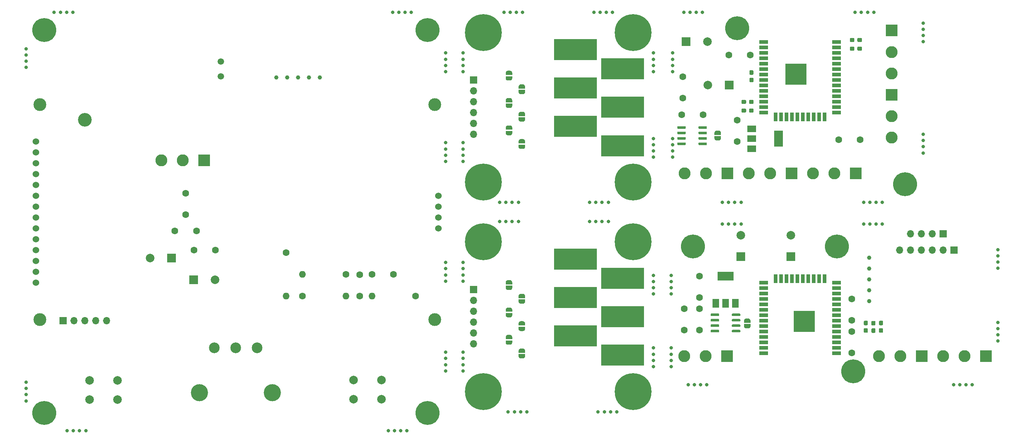
<source format=gbr>
G04 #@! TF.GenerationSoftware,KiCad,Pcbnew,(5.1.5-0-10_14)*
G04 #@! TF.CreationDate,2020-07-31T02:19:59+02:00*
G04 #@! TF.ProjectId,output.Panel,6f757470-7574-42e5-9061-6e656c2e6b69,rev?*
G04 #@! TF.SameCoordinates,Original*
G04 #@! TF.FileFunction,Soldermask,Top*
G04 #@! TF.FilePolarity,Negative*
%FSLAX46Y46*%
G04 Gerber Fmt 4.6, Leading zero omitted, Abs format (unit mm)*
G04 Created by KiCad (PCBNEW (5.1.5-0-10_14)) date 2020-07-31 02:19:59*
%MOMM*%
%LPD*%
G04 APERTURE LIST*
%ADD10C,0.900000*%
%ADD11C,8.600000*%
%ADD12C,0.100000*%
%ADD13R,10.000000X5.000000*%
%ADD14O,1.700000X1.700000*%
%ADD15R,1.700000X1.700000*%
%ADD16C,1.000000*%
%ADD17C,5.600000*%
%ADD18C,3.200000*%
%ADD19C,1.524000*%
%ADD20C,3.000000*%
%ADD21C,1.600000*%
%ADD22C,2.000000*%
%ADD23R,2.000000X2.000000*%
%ADD24C,2.800000*%
%ADD25R,2.800000X2.800000*%
%ADD26C,1.500000*%
%ADD27O,1.600000X1.600000*%
%ADD28C,4.000000*%
%ADD29C,2.500000*%
%ADD30R,2.000000X0.900000*%
%ADD31R,0.900000X2.000000*%
%ADD32R,5.000000X5.000000*%
%ADD33R,2.000000X1.500000*%
%ADD34R,2.000000X3.800000*%
%ADD35R,3.800000X2.000000*%
%ADD36R,1.500000X2.000000*%
%ADD37C,0.800000*%
G04 APERTURE END LIST*
D10*
X180780419Y-70744581D03*
X178500000Y-69800000D03*
X176219581Y-70744581D03*
X175275000Y-73025000D03*
X176219581Y-75305419D03*
X178500000Y-76250000D03*
X180780419Y-75305419D03*
X181725000Y-73025000D03*
D11*
X178500000Y-73025000D03*
X143500000Y-38025000D03*
D10*
X146725000Y-38025000D03*
X145780419Y-40305419D03*
X143500000Y-41250000D03*
X141219581Y-40305419D03*
X140275000Y-38025000D03*
X141219581Y-35744581D03*
X143500000Y-34800000D03*
X145780419Y-35744581D03*
X145780419Y-70744581D03*
X143500000Y-69800000D03*
X141219581Y-70744581D03*
X140275000Y-73025000D03*
X141219581Y-75305419D03*
X143500000Y-76250000D03*
X145780419Y-75305419D03*
X146725000Y-73025000D03*
D11*
X143500000Y-73025000D03*
D10*
X180780419Y-35744581D03*
X178500000Y-34800000D03*
X176219581Y-35744581D03*
X175275000Y-38025000D03*
X176219581Y-40305419D03*
X178500000Y-41250000D03*
X180780419Y-40305419D03*
X181725000Y-38025000D03*
D11*
X178500000Y-38025000D03*
D12*
G36*
X153249398Y-64775000D02*
G01*
X153249398Y-64799534D01*
X153244588Y-64848365D01*
X153235016Y-64896490D01*
X153220772Y-64943445D01*
X153201995Y-64988778D01*
X153178864Y-65032051D01*
X153151604Y-65072850D01*
X153120476Y-65110779D01*
X153085779Y-65145476D01*
X153047850Y-65176604D01*
X153007051Y-65203864D01*
X152963778Y-65226995D01*
X152918445Y-65245772D01*
X152871490Y-65260016D01*
X152823365Y-65269588D01*
X152774534Y-65274398D01*
X152750000Y-65274398D01*
X152750000Y-65275000D01*
X152250000Y-65275000D01*
X152250000Y-65274398D01*
X152225466Y-65274398D01*
X152176635Y-65269588D01*
X152128510Y-65260016D01*
X152081555Y-65245772D01*
X152036222Y-65226995D01*
X151992949Y-65203864D01*
X151952150Y-65176604D01*
X151914221Y-65145476D01*
X151879524Y-65110779D01*
X151848396Y-65072850D01*
X151821136Y-65032051D01*
X151798005Y-64988778D01*
X151779228Y-64943445D01*
X151764984Y-64896490D01*
X151755412Y-64848365D01*
X151750602Y-64799534D01*
X151750602Y-64775000D01*
X151750000Y-64775000D01*
X151750000Y-64275000D01*
X153250000Y-64275000D01*
X153250000Y-64775000D01*
X153249398Y-64775000D01*
G37*
G36*
X151750000Y-63975000D02*
G01*
X151750000Y-63475000D01*
X151750602Y-63475000D01*
X151750602Y-63450466D01*
X151755412Y-63401635D01*
X151764984Y-63353510D01*
X151779228Y-63306555D01*
X151798005Y-63261222D01*
X151821136Y-63217949D01*
X151848396Y-63177150D01*
X151879524Y-63139221D01*
X151914221Y-63104524D01*
X151952150Y-63073396D01*
X151992949Y-63046136D01*
X152036222Y-63023005D01*
X152081555Y-63004228D01*
X152128510Y-62989984D01*
X152176635Y-62980412D01*
X152225466Y-62975602D01*
X152250000Y-62975602D01*
X152250000Y-62975000D01*
X152750000Y-62975000D01*
X152750000Y-62975602D01*
X152774534Y-62975602D01*
X152823365Y-62980412D01*
X152871490Y-62989984D01*
X152918445Y-63004228D01*
X152963778Y-63023005D01*
X153007051Y-63046136D01*
X153047850Y-63073396D01*
X153085779Y-63104524D01*
X153120476Y-63139221D01*
X153151604Y-63177150D01*
X153178864Y-63217949D01*
X153201995Y-63261222D01*
X153220772Y-63306555D01*
X153235016Y-63353510D01*
X153244588Y-63401635D01*
X153249398Y-63450466D01*
X153249398Y-63475000D01*
X153250000Y-63475000D01*
X153250000Y-63975000D01*
X151750000Y-63975000D01*
G37*
G36*
X148750000Y-60775000D02*
G01*
X148750000Y-60275000D01*
X148750602Y-60275000D01*
X148750602Y-60250466D01*
X148755412Y-60201635D01*
X148764984Y-60153510D01*
X148779228Y-60106555D01*
X148798005Y-60061222D01*
X148821136Y-60017949D01*
X148848396Y-59977150D01*
X148879524Y-59939221D01*
X148914221Y-59904524D01*
X148952150Y-59873396D01*
X148992949Y-59846136D01*
X149036222Y-59823005D01*
X149081555Y-59804228D01*
X149128510Y-59789984D01*
X149176635Y-59780412D01*
X149225466Y-59775602D01*
X149250000Y-59775602D01*
X149250000Y-59775000D01*
X149750000Y-59775000D01*
X149750000Y-59775602D01*
X149774534Y-59775602D01*
X149823365Y-59780412D01*
X149871490Y-59789984D01*
X149918445Y-59804228D01*
X149963778Y-59823005D01*
X150007051Y-59846136D01*
X150047850Y-59873396D01*
X150085779Y-59904524D01*
X150120476Y-59939221D01*
X150151604Y-59977150D01*
X150178864Y-60017949D01*
X150201995Y-60061222D01*
X150220772Y-60106555D01*
X150235016Y-60153510D01*
X150244588Y-60201635D01*
X150249398Y-60250466D01*
X150249398Y-60275000D01*
X150250000Y-60275000D01*
X150250000Y-60775000D01*
X148750000Y-60775000D01*
G37*
G36*
X150249398Y-61575000D02*
G01*
X150249398Y-61599534D01*
X150244588Y-61648365D01*
X150235016Y-61696490D01*
X150220772Y-61743445D01*
X150201995Y-61788778D01*
X150178864Y-61832051D01*
X150151604Y-61872850D01*
X150120476Y-61910779D01*
X150085779Y-61945476D01*
X150047850Y-61976604D01*
X150007051Y-62003864D01*
X149963778Y-62026995D01*
X149918445Y-62045772D01*
X149871490Y-62060016D01*
X149823365Y-62069588D01*
X149774534Y-62074398D01*
X149750000Y-62074398D01*
X149750000Y-62075000D01*
X149250000Y-62075000D01*
X149250000Y-62074398D01*
X149225466Y-62074398D01*
X149176635Y-62069588D01*
X149128510Y-62060016D01*
X149081555Y-62045772D01*
X149036222Y-62026995D01*
X148992949Y-62003864D01*
X148952150Y-61976604D01*
X148914221Y-61945476D01*
X148879524Y-61910779D01*
X148848396Y-61872850D01*
X148821136Y-61832051D01*
X148798005Y-61788778D01*
X148779228Y-61743445D01*
X148764984Y-61696490D01*
X148755412Y-61648365D01*
X148750602Y-61599534D01*
X148750602Y-61575000D01*
X148750000Y-61575000D01*
X148750000Y-61075000D01*
X150250000Y-61075000D01*
X150250000Y-61575000D01*
X150249398Y-61575000D01*
G37*
G36*
X153249398Y-58375000D02*
G01*
X153249398Y-58399534D01*
X153244588Y-58448365D01*
X153235016Y-58496490D01*
X153220772Y-58543445D01*
X153201995Y-58588778D01*
X153178864Y-58632051D01*
X153151604Y-58672850D01*
X153120476Y-58710779D01*
X153085779Y-58745476D01*
X153047850Y-58776604D01*
X153007051Y-58803864D01*
X152963778Y-58826995D01*
X152918445Y-58845772D01*
X152871490Y-58860016D01*
X152823365Y-58869588D01*
X152774534Y-58874398D01*
X152750000Y-58874398D01*
X152750000Y-58875000D01*
X152250000Y-58875000D01*
X152250000Y-58874398D01*
X152225466Y-58874398D01*
X152176635Y-58869588D01*
X152128510Y-58860016D01*
X152081555Y-58845772D01*
X152036222Y-58826995D01*
X151992949Y-58803864D01*
X151952150Y-58776604D01*
X151914221Y-58745476D01*
X151879524Y-58710779D01*
X151848396Y-58672850D01*
X151821136Y-58632051D01*
X151798005Y-58588778D01*
X151779228Y-58543445D01*
X151764984Y-58496490D01*
X151755412Y-58448365D01*
X151750602Y-58399534D01*
X151750602Y-58375000D01*
X151750000Y-58375000D01*
X151750000Y-57875000D01*
X153250000Y-57875000D01*
X153250000Y-58375000D01*
X153249398Y-58375000D01*
G37*
G36*
X151750000Y-57575000D02*
G01*
X151750000Y-57075000D01*
X151750602Y-57075000D01*
X151750602Y-57050466D01*
X151755412Y-57001635D01*
X151764984Y-56953510D01*
X151779228Y-56906555D01*
X151798005Y-56861222D01*
X151821136Y-56817949D01*
X151848396Y-56777150D01*
X151879524Y-56739221D01*
X151914221Y-56704524D01*
X151952150Y-56673396D01*
X151992949Y-56646136D01*
X152036222Y-56623005D01*
X152081555Y-56604228D01*
X152128510Y-56589984D01*
X152176635Y-56580412D01*
X152225466Y-56575602D01*
X152250000Y-56575602D01*
X152250000Y-56575000D01*
X152750000Y-56575000D01*
X152750000Y-56575602D01*
X152774534Y-56575602D01*
X152823365Y-56580412D01*
X152871490Y-56589984D01*
X152918445Y-56604228D01*
X152963778Y-56623005D01*
X153007051Y-56646136D01*
X153047850Y-56673396D01*
X153085779Y-56704524D01*
X153120476Y-56739221D01*
X153151604Y-56777150D01*
X153178864Y-56817949D01*
X153201995Y-56861222D01*
X153220772Y-56906555D01*
X153235016Y-56953510D01*
X153244588Y-57001635D01*
X153249398Y-57050466D01*
X153249398Y-57075000D01*
X153250000Y-57075000D01*
X153250000Y-57575000D01*
X151750000Y-57575000D01*
G37*
G36*
X153249398Y-51975000D02*
G01*
X153249398Y-51999534D01*
X153244588Y-52048365D01*
X153235016Y-52096490D01*
X153220772Y-52143445D01*
X153201995Y-52188778D01*
X153178864Y-52232051D01*
X153151604Y-52272850D01*
X153120476Y-52310779D01*
X153085779Y-52345476D01*
X153047850Y-52376604D01*
X153007051Y-52403864D01*
X152963778Y-52426995D01*
X152918445Y-52445772D01*
X152871490Y-52460016D01*
X152823365Y-52469588D01*
X152774534Y-52474398D01*
X152750000Y-52474398D01*
X152750000Y-52475000D01*
X152250000Y-52475000D01*
X152250000Y-52474398D01*
X152225466Y-52474398D01*
X152176635Y-52469588D01*
X152128510Y-52460016D01*
X152081555Y-52445772D01*
X152036222Y-52426995D01*
X151992949Y-52403864D01*
X151952150Y-52376604D01*
X151914221Y-52345476D01*
X151879524Y-52310779D01*
X151848396Y-52272850D01*
X151821136Y-52232051D01*
X151798005Y-52188778D01*
X151779228Y-52143445D01*
X151764984Y-52096490D01*
X151755412Y-52048365D01*
X151750602Y-51999534D01*
X151750602Y-51975000D01*
X151750000Y-51975000D01*
X151750000Y-51475000D01*
X153250000Y-51475000D01*
X153250000Y-51975000D01*
X153249398Y-51975000D01*
G37*
G36*
X151750000Y-51175000D02*
G01*
X151750000Y-50675000D01*
X151750602Y-50675000D01*
X151750602Y-50650466D01*
X151755412Y-50601635D01*
X151764984Y-50553510D01*
X151779228Y-50506555D01*
X151798005Y-50461222D01*
X151821136Y-50417949D01*
X151848396Y-50377150D01*
X151879524Y-50339221D01*
X151914221Y-50304524D01*
X151952150Y-50273396D01*
X151992949Y-50246136D01*
X152036222Y-50223005D01*
X152081555Y-50204228D01*
X152128510Y-50189984D01*
X152176635Y-50180412D01*
X152225466Y-50175602D01*
X152250000Y-50175602D01*
X152250000Y-50175000D01*
X152750000Y-50175000D01*
X152750000Y-50175602D01*
X152774534Y-50175602D01*
X152823365Y-50180412D01*
X152871490Y-50189984D01*
X152918445Y-50204228D01*
X152963778Y-50223005D01*
X153007051Y-50246136D01*
X153047850Y-50273396D01*
X153085779Y-50304524D01*
X153120476Y-50339221D01*
X153151604Y-50377150D01*
X153178864Y-50417949D01*
X153201995Y-50461222D01*
X153220772Y-50506555D01*
X153235016Y-50553510D01*
X153244588Y-50601635D01*
X153249398Y-50650466D01*
X153249398Y-50675000D01*
X153250000Y-50675000D01*
X153250000Y-51175000D01*
X151750000Y-51175000D01*
G37*
G36*
X148750000Y-47975000D02*
G01*
X148750000Y-47475000D01*
X148750602Y-47475000D01*
X148750602Y-47450466D01*
X148755412Y-47401635D01*
X148764984Y-47353510D01*
X148779228Y-47306555D01*
X148798005Y-47261222D01*
X148821136Y-47217949D01*
X148848396Y-47177150D01*
X148879524Y-47139221D01*
X148914221Y-47104524D01*
X148952150Y-47073396D01*
X148992949Y-47046136D01*
X149036222Y-47023005D01*
X149081555Y-47004228D01*
X149128510Y-46989984D01*
X149176635Y-46980412D01*
X149225466Y-46975602D01*
X149250000Y-46975602D01*
X149250000Y-46975000D01*
X149750000Y-46975000D01*
X149750000Y-46975602D01*
X149774534Y-46975602D01*
X149823365Y-46980412D01*
X149871490Y-46989984D01*
X149918445Y-47004228D01*
X149963778Y-47023005D01*
X150007051Y-47046136D01*
X150047850Y-47073396D01*
X150085779Y-47104524D01*
X150120476Y-47139221D01*
X150151604Y-47177150D01*
X150178864Y-47217949D01*
X150201995Y-47261222D01*
X150220772Y-47306555D01*
X150235016Y-47353510D01*
X150244588Y-47401635D01*
X150249398Y-47450466D01*
X150249398Y-47475000D01*
X150250000Y-47475000D01*
X150250000Y-47975000D01*
X148750000Y-47975000D01*
G37*
G36*
X150249398Y-48775000D02*
G01*
X150249398Y-48799534D01*
X150244588Y-48848365D01*
X150235016Y-48896490D01*
X150220772Y-48943445D01*
X150201995Y-48988778D01*
X150178864Y-49032051D01*
X150151604Y-49072850D01*
X150120476Y-49110779D01*
X150085779Y-49145476D01*
X150047850Y-49176604D01*
X150007051Y-49203864D01*
X149963778Y-49226995D01*
X149918445Y-49245772D01*
X149871490Y-49260016D01*
X149823365Y-49269588D01*
X149774534Y-49274398D01*
X149750000Y-49274398D01*
X149750000Y-49275000D01*
X149250000Y-49275000D01*
X149250000Y-49274398D01*
X149225466Y-49274398D01*
X149176635Y-49269588D01*
X149128510Y-49260016D01*
X149081555Y-49245772D01*
X149036222Y-49226995D01*
X148992949Y-49203864D01*
X148952150Y-49176604D01*
X148914221Y-49145476D01*
X148879524Y-49110779D01*
X148848396Y-49072850D01*
X148821136Y-49032051D01*
X148798005Y-48988778D01*
X148779228Y-48943445D01*
X148764984Y-48896490D01*
X148755412Y-48848365D01*
X148750602Y-48799534D01*
X148750602Y-48775000D01*
X148750000Y-48775000D01*
X148750000Y-48275000D01*
X150250000Y-48275000D01*
X150250000Y-48775000D01*
X150249398Y-48775000D01*
G37*
D13*
X176000000Y-64525000D03*
X165000000Y-60025000D03*
X176000000Y-55525000D03*
X165000000Y-51025000D03*
X176000000Y-46525000D03*
X165000000Y-42025000D03*
D14*
X141200000Y-61855000D03*
X141200000Y-59315000D03*
X141200000Y-56775000D03*
X141200000Y-54235000D03*
X141200000Y-51695000D03*
D15*
X141200000Y-49155000D03*
D12*
G36*
X148750000Y-54375000D02*
G01*
X148750000Y-53875000D01*
X148750602Y-53875000D01*
X148750602Y-53850466D01*
X148755412Y-53801635D01*
X148764984Y-53753510D01*
X148779228Y-53706555D01*
X148798005Y-53661222D01*
X148821136Y-53617949D01*
X148848396Y-53577150D01*
X148879524Y-53539221D01*
X148914221Y-53504524D01*
X148952150Y-53473396D01*
X148992949Y-53446136D01*
X149036222Y-53423005D01*
X149081555Y-53404228D01*
X149128510Y-53389984D01*
X149176635Y-53380412D01*
X149225466Y-53375602D01*
X149250000Y-53375602D01*
X149250000Y-53375000D01*
X149750000Y-53375000D01*
X149750000Y-53375602D01*
X149774534Y-53375602D01*
X149823365Y-53380412D01*
X149871490Y-53389984D01*
X149918445Y-53404228D01*
X149963778Y-53423005D01*
X150007051Y-53446136D01*
X150047850Y-53473396D01*
X150085779Y-53504524D01*
X150120476Y-53539221D01*
X150151604Y-53577150D01*
X150178864Y-53617949D01*
X150201995Y-53661222D01*
X150220772Y-53706555D01*
X150235016Y-53753510D01*
X150244588Y-53801635D01*
X150249398Y-53850466D01*
X150249398Y-53875000D01*
X150250000Y-53875000D01*
X150250000Y-54375000D01*
X148750000Y-54375000D01*
G37*
G36*
X150249398Y-55175000D02*
G01*
X150249398Y-55199534D01*
X150244588Y-55248365D01*
X150235016Y-55296490D01*
X150220772Y-55343445D01*
X150201995Y-55388778D01*
X150178864Y-55432051D01*
X150151604Y-55472850D01*
X150120476Y-55510779D01*
X150085779Y-55545476D01*
X150047850Y-55576604D01*
X150007051Y-55603864D01*
X149963778Y-55626995D01*
X149918445Y-55645772D01*
X149871490Y-55660016D01*
X149823365Y-55669588D01*
X149774534Y-55674398D01*
X149750000Y-55674398D01*
X149750000Y-55675000D01*
X149250000Y-55675000D01*
X149250000Y-55674398D01*
X149225466Y-55674398D01*
X149176635Y-55669588D01*
X149128510Y-55660016D01*
X149081555Y-55645772D01*
X149036222Y-55626995D01*
X148992949Y-55603864D01*
X148952150Y-55576604D01*
X148914221Y-55545476D01*
X148879524Y-55510779D01*
X148848396Y-55472850D01*
X148821136Y-55432051D01*
X148798005Y-55388778D01*
X148779228Y-55343445D01*
X148764984Y-55296490D01*
X148755412Y-55248365D01*
X148750602Y-55199534D01*
X148750602Y-55175000D01*
X148750000Y-55175000D01*
X148750000Y-54675000D01*
X150250000Y-54675000D01*
X150250000Y-55175000D01*
X150249398Y-55175000D01*
G37*
D16*
X105334000Y-48519000D03*
X102794000Y-48519000D03*
X100254000Y-48519000D03*
X97714000Y-48519000D03*
X95174000Y-48519000D03*
D17*
X40945000Y-127005000D03*
X130480000Y-127005000D03*
X130480000Y-37470000D03*
X40945000Y-37470000D03*
D18*
X50470000Y-58425000D03*
D19*
X133020000Y-83825000D03*
X133020000Y-81285000D03*
X133020000Y-78745000D03*
X133020000Y-76205000D03*
D20*
X39929000Y-105161000D03*
X132131000Y-105161000D03*
X132131000Y-54869000D03*
X39929000Y-54869000D03*
D19*
X39040000Y-63505000D03*
X39040000Y-66045000D03*
X39040000Y-68585000D03*
X39040000Y-71125000D03*
X39040000Y-73665000D03*
X39040000Y-76205000D03*
X39040000Y-78745000D03*
X39040000Y-81285000D03*
X39040000Y-83825000D03*
X39040000Y-86365000D03*
X39040000Y-88905000D03*
X39040000Y-91445000D03*
X39040000Y-93985000D03*
X39040000Y-96525000D03*
D21*
X73965000Y-80650000D03*
X73965000Y-75650000D03*
D22*
X65710000Y-90810000D03*
D23*
X70710000Y-90810000D03*
D21*
X71505000Y-84460000D03*
X76505000Y-84460000D03*
X80950000Y-88905000D03*
X75950000Y-88905000D03*
D22*
X80870000Y-95890000D03*
D23*
X75870000Y-95890000D03*
D21*
X114605000Y-99700000D03*
X114605000Y-94700000D03*
X117526000Y-94620000D03*
X122526000Y-94620000D03*
D24*
X68330000Y-67950000D03*
X73330000Y-67950000D03*
D25*
X78330000Y-67950000D03*
D14*
X55550000Y-105415000D03*
X53010000Y-105415000D03*
X50470000Y-105415000D03*
X47930000Y-105415000D03*
D15*
X45390000Y-105415000D03*
D26*
X82220000Y-44865000D03*
X82220000Y-48265000D03*
D27*
X97460000Y-99700000D03*
D21*
X97460000Y-89540000D03*
D27*
X117526000Y-99700000D03*
D21*
X127686000Y-99700000D03*
D27*
X111430000Y-99700000D03*
D21*
X101270000Y-99700000D03*
D27*
X101270000Y-94620000D03*
D21*
X111430000Y-94620000D03*
D22*
X58090000Y-119385000D03*
X58090000Y-123885000D03*
X51590000Y-119385000D03*
X51590000Y-123885000D03*
X119685000Y-119330000D03*
X119685000Y-123830000D03*
X113185000Y-119330000D03*
X113185000Y-123830000D03*
D28*
X94212500Y-122265000D03*
X77212500Y-122265000D03*
D29*
X80712500Y-111765000D03*
X85712500Y-111765000D03*
X90712500Y-111765000D03*
D11*
X178500000Y-87025000D03*
D10*
X181725000Y-87025000D03*
X180780419Y-89305419D03*
X178500000Y-90250000D03*
X176219581Y-89305419D03*
X175275000Y-87025000D03*
X176219581Y-84744581D03*
X178500000Y-83800000D03*
X180780419Y-84744581D03*
D11*
X178500000Y-122025000D03*
D10*
X181725000Y-122025000D03*
X180780419Y-124305419D03*
X178500000Y-125250000D03*
X176219581Y-124305419D03*
X175275000Y-122025000D03*
X176219581Y-119744581D03*
X178500000Y-118800000D03*
X180780419Y-119744581D03*
D11*
X143500000Y-122025000D03*
D10*
X146725000Y-122025000D03*
X145780419Y-124305419D03*
X143500000Y-125250000D03*
X141219581Y-124305419D03*
X140275000Y-122025000D03*
X141219581Y-119744581D03*
X143500000Y-118800000D03*
X145780419Y-119744581D03*
X145780419Y-84744581D03*
X143500000Y-83800000D03*
X141219581Y-84744581D03*
X140275000Y-87025000D03*
X141219581Y-89305419D03*
X143500000Y-90250000D03*
X145780419Y-89305419D03*
X146725000Y-87025000D03*
D11*
X143500000Y-87025000D03*
D15*
X141200000Y-98155000D03*
D14*
X141200000Y-100695000D03*
X141200000Y-103235000D03*
X141200000Y-105775000D03*
X141200000Y-108315000D03*
X141200000Y-110855000D03*
D13*
X165000000Y-91025000D03*
X176000000Y-95525000D03*
X165000000Y-100025000D03*
X176000000Y-104525000D03*
X165000000Y-109025000D03*
X176000000Y-113525000D03*
D12*
G36*
X150249398Y-97775000D02*
G01*
X150249398Y-97799534D01*
X150244588Y-97848365D01*
X150235016Y-97896490D01*
X150220772Y-97943445D01*
X150201995Y-97988778D01*
X150178864Y-98032051D01*
X150151604Y-98072850D01*
X150120476Y-98110779D01*
X150085779Y-98145476D01*
X150047850Y-98176604D01*
X150007051Y-98203864D01*
X149963778Y-98226995D01*
X149918445Y-98245772D01*
X149871490Y-98260016D01*
X149823365Y-98269588D01*
X149774534Y-98274398D01*
X149750000Y-98274398D01*
X149750000Y-98275000D01*
X149250000Y-98275000D01*
X149250000Y-98274398D01*
X149225466Y-98274398D01*
X149176635Y-98269588D01*
X149128510Y-98260016D01*
X149081555Y-98245772D01*
X149036222Y-98226995D01*
X148992949Y-98203864D01*
X148952150Y-98176604D01*
X148914221Y-98145476D01*
X148879524Y-98110779D01*
X148848396Y-98072850D01*
X148821136Y-98032051D01*
X148798005Y-97988778D01*
X148779228Y-97943445D01*
X148764984Y-97896490D01*
X148755412Y-97848365D01*
X148750602Y-97799534D01*
X148750602Y-97775000D01*
X148750000Y-97775000D01*
X148750000Y-97275000D01*
X150250000Y-97275000D01*
X150250000Y-97775000D01*
X150249398Y-97775000D01*
G37*
G36*
X148750000Y-96975000D02*
G01*
X148750000Y-96475000D01*
X148750602Y-96475000D01*
X148750602Y-96450466D01*
X148755412Y-96401635D01*
X148764984Y-96353510D01*
X148779228Y-96306555D01*
X148798005Y-96261222D01*
X148821136Y-96217949D01*
X148848396Y-96177150D01*
X148879524Y-96139221D01*
X148914221Y-96104524D01*
X148952150Y-96073396D01*
X148992949Y-96046136D01*
X149036222Y-96023005D01*
X149081555Y-96004228D01*
X149128510Y-95989984D01*
X149176635Y-95980412D01*
X149225466Y-95975602D01*
X149250000Y-95975602D01*
X149250000Y-95975000D01*
X149750000Y-95975000D01*
X149750000Y-95975602D01*
X149774534Y-95975602D01*
X149823365Y-95980412D01*
X149871490Y-95989984D01*
X149918445Y-96004228D01*
X149963778Y-96023005D01*
X150007051Y-96046136D01*
X150047850Y-96073396D01*
X150085779Y-96104524D01*
X150120476Y-96139221D01*
X150151604Y-96177150D01*
X150178864Y-96217949D01*
X150201995Y-96261222D01*
X150220772Y-96306555D01*
X150235016Y-96353510D01*
X150244588Y-96401635D01*
X150249398Y-96450466D01*
X150249398Y-96475000D01*
X150250000Y-96475000D01*
X150250000Y-96975000D01*
X148750000Y-96975000D01*
G37*
G36*
X151750000Y-100175000D02*
G01*
X151750000Y-99675000D01*
X151750602Y-99675000D01*
X151750602Y-99650466D01*
X151755412Y-99601635D01*
X151764984Y-99553510D01*
X151779228Y-99506555D01*
X151798005Y-99461222D01*
X151821136Y-99417949D01*
X151848396Y-99377150D01*
X151879524Y-99339221D01*
X151914221Y-99304524D01*
X151952150Y-99273396D01*
X151992949Y-99246136D01*
X152036222Y-99223005D01*
X152081555Y-99204228D01*
X152128510Y-99189984D01*
X152176635Y-99180412D01*
X152225466Y-99175602D01*
X152250000Y-99175602D01*
X152250000Y-99175000D01*
X152750000Y-99175000D01*
X152750000Y-99175602D01*
X152774534Y-99175602D01*
X152823365Y-99180412D01*
X152871490Y-99189984D01*
X152918445Y-99204228D01*
X152963778Y-99223005D01*
X153007051Y-99246136D01*
X153047850Y-99273396D01*
X153085779Y-99304524D01*
X153120476Y-99339221D01*
X153151604Y-99377150D01*
X153178864Y-99417949D01*
X153201995Y-99461222D01*
X153220772Y-99506555D01*
X153235016Y-99553510D01*
X153244588Y-99601635D01*
X153249398Y-99650466D01*
X153249398Y-99675000D01*
X153250000Y-99675000D01*
X153250000Y-100175000D01*
X151750000Y-100175000D01*
G37*
G36*
X153249398Y-100975000D02*
G01*
X153249398Y-100999534D01*
X153244588Y-101048365D01*
X153235016Y-101096490D01*
X153220772Y-101143445D01*
X153201995Y-101188778D01*
X153178864Y-101232051D01*
X153151604Y-101272850D01*
X153120476Y-101310779D01*
X153085779Y-101345476D01*
X153047850Y-101376604D01*
X153007051Y-101403864D01*
X152963778Y-101426995D01*
X152918445Y-101445772D01*
X152871490Y-101460016D01*
X152823365Y-101469588D01*
X152774534Y-101474398D01*
X152750000Y-101474398D01*
X152750000Y-101475000D01*
X152250000Y-101475000D01*
X152250000Y-101474398D01*
X152225466Y-101474398D01*
X152176635Y-101469588D01*
X152128510Y-101460016D01*
X152081555Y-101445772D01*
X152036222Y-101426995D01*
X151992949Y-101403864D01*
X151952150Y-101376604D01*
X151914221Y-101345476D01*
X151879524Y-101310779D01*
X151848396Y-101272850D01*
X151821136Y-101232051D01*
X151798005Y-101188778D01*
X151779228Y-101143445D01*
X151764984Y-101096490D01*
X151755412Y-101048365D01*
X151750602Y-100999534D01*
X151750602Y-100975000D01*
X151750000Y-100975000D01*
X151750000Y-100475000D01*
X153250000Y-100475000D01*
X153250000Y-100975000D01*
X153249398Y-100975000D01*
G37*
G36*
X150249398Y-104175000D02*
G01*
X150249398Y-104199534D01*
X150244588Y-104248365D01*
X150235016Y-104296490D01*
X150220772Y-104343445D01*
X150201995Y-104388778D01*
X150178864Y-104432051D01*
X150151604Y-104472850D01*
X150120476Y-104510779D01*
X150085779Y-104545476D01*
X150047850Y-104576604D01*
X150007051Y-104603864D01*
X149963778Y-104626995D01*
X149918445Y-104645772D01*
X149871490Y-104660016D01*
X149823365Y-104669588D01*
X149774534Y-104674398D01*
X149750000Y-104674398D01*
X149750000Y-104675000D01*
X149250000Y-104675000D01*
X149250000Y-104674398D01*
X149225466Y-104674398D01*
X149176635Y-104669588D01*
X149128510Y-104660016D01*
X149081555Y-104645772D01*
X149036222Y-104626995D01*
X148992949Y-104603864D01*
X148952150Y-104576604D01*
X148914221Y-104545476D01*
X148879524Y-104510779D01*
X148848396Y-104472850D01*
X148821136Y-104432051D01*
X148798005Y-104388778D01*
X148779228Y-104343445D01*
X148764984Y-104296490D01*
X148755412Y-104248365D01*
X148750602Y-104199534D01*
X148750602Y-104175000D01*
X148750000Y-104175000D01*
X148750000Y-103675000D01*
X150250000Y-103675000D01*
X150250000Y-104175000D01*
X150249398Y-104175000D01*
G37*
G36*
X148750000Y-103375000D02*
G01*
X148750000Y-102875000D01*
X148750602Y-102875000D01*
X148750602Y-102850466D01*
X148755412Y-102801635D01*
X148764984Y-102753510D01*
X148779228Y-102706555D01*
X148798005Y-102661222D01*
X148821136Y-102617949D01*
X148848396Y-102577150D01*
X148879524Y-102539221D01*
X148914221Y-102504524D01*
X148952150Y-102473396D01*
X148992949Y-102446136D01*
X149036222Y-102423005D01*
X149081555Y-102404228D01*
X149128510Y-102389984D01*
X149176635Y-102380412D01*
X149225466Y-102375602D01*
X149250000Y-102375602D01*
X149250000Y-102375000D01*
X149750000Y-102375000D01*
X149750000Y-102375602D01*
X149774534Y-102375602D01*
X149823365Y-102380412D01*
X149871490Y-102389984D01*
X149918445Y-102404228D01*
X149963778Y-102423005D01*
X150007051Y-102446136D01*
X150047850Y-102473396D01*
X150085779Y-102504524D01*
X150120476Y-102539221D01*
X150151604Y-102577150D01*
X150178864Y-102617949D01*
X150201995Y-102661222D01*
X150220772Y-102706555D01*
X150235016Y-102753510D01*
X150244588Y-102801635D01*
X150249398Y-102850466D01*
X150249398Y-102875000D01*
X150250000Y-102875000D01*
X150250000Y-103375000D01*
X148750000Y-103375000D01*
G37*
G36*
X151750000Y-106575000D02*
G01*
X151750000Y-106075000D01*
X151750602Y-106075000D01*
X151750602Y-106050466D01*
X151755412Y-106001635D01*
X151764984Y-105953510D01*
X151779228Y-105906555D01*
X151798005Y-105861222D01*
X151821136Y-105817949D01*
X151848396Y-105777150D01*
X151879524Y-105739221D01*
X151914221Y-105704524D01*
X151952150Y-105673396D01*
X151992949Y-105646136D01*
X152036222Y-105623005D01*
X152081555Y-105604228D01*
X152128510Y-105589984D01*
X152176635Y-105580412D01*
X152225466Y-105575602D01*
X152250000Y-105575602D01*
X152250000Y-105575000D01*
X152750000Y-105575000D01*
X152750000Y-105575602D01*
X152774534Y-105575602D01*
X152823365Y-105580412D01*
X152871490Y-105589984D01*
X152918445Y-105604228D01*
X152963778Y-105623005D01*
X153007051Y-105646136D01*
X153047850Y-105673396D01*
X153085779Y-105704524D01*
X153120476Y-105739221D01*
X153151604Y-105777150D01*
X153178864Y-105817949D01*
X153201995Y-105861222D01*
X153220772Y-105906555D01*
X153235016Y-105953510D01*
X153244588Y-106001635D01*
X153249398Y-106050466D01*
X153249398Y-106075000D01*
X153250000Y-106075000D01*
X153250000Y-106575000D01*
X151750000Y-106575000D01*
G37*
G36*
X153249398Y-107375000D02*
G01*
X153249398Y-107399534D01*
X153244588Y-107448365D01*
X153235016Y-107496490D01*
X153220772Y-107543445D01*
X153201995Y-107588778D01*
X153178864Y-107632051D01*
X153151604Y-107672850D01*
X153120476Y-107710779D01*
X153085779Y-107745476D01*
X153047850Y-107776604D01*
X153007051Y-107803864D01*
X152963778Y-107826995D01*
X152918445Y-107845772D01*
X152871490Y-107860016D01*
X152823365Y-107869588D01*
X152774534Y-107874398D01*
X152750000Y-107874398D01*
X152750000Y-107875000D01*
X152250000Y-107875000D01*
X152250000Y-107874398D01*
X152225466Y-107874398D01*
X152176635Y-107869588D01*
X152128510Y-107860016D01*
X152081555Y-107845772D01*
X152036222Y-107826995D01*
X151992949Y-107803864D01*
X151952150Y-107776604D01*
X151914221Y-107745476D01*
X151879524Y-107710779D01*
X151848396Y-107672850D01*
X151821136Y-107632051D01*
X151798005Y-107588778D01*
X151779228Y-107543445D01*
X151764984Y-107496490D01*
X151755412Y-107448365D01*
X151750602Y-107399534D01*
X151750602Y-107375000D01*
X151750000Y-107375000D01*
X151750000Y-106875000D01*
X153250000Y-106875000D01*
X153250000Y-107375000D01*
X153249398Y-107375000D01*
G37*
G36*
X150249398Y-110575000D02*
G01*
X150249398Y-110599534D01*
X150244588Y-110648365D01*
X150235016Y-110696490D01*
X150220772Y-110743445D01*
X150201995Y-110788778D01*
X150178864Y-110832051D01*
X150151604Y-110872850D01*
X150120476Y-110910779D01*
X150085779Y-110945476D01*
X150047850Y-110976604D01*
X150007051Y-111003864D01*
X149963778Y-111026995D01*
X149918445Y-111045772D01*
X149871490Y-111060016D01*
X149823365Y-111069588D01*
X149774534Y-111074398D01*
X149750000Y-111074398D01*
X149750000Y-111075000D01*
X149250000Y-111075000D01*
X149250000Y-111074398D01*
X149225466Y-111074398D01*
X149176635Y-111069588D01*
X149128510Y-111060016D01*
X149081555Y-111045772D01*
X149036222Y-111026995D01*
X148992949Y-111003864D01*
X148952150Y-110976604D01*
X148914221Y-110945476D01*
X148879524Y-110910779D01*
X148848396Y-110872850D01*
X148821136Y-110832051D01*
X148798005Y-110788778D01*
X148779228Y-110743445D01*
X148764984Y-110696490D01*
X148755412Y-110648365D01*
X148750602Y-110599534D01*
X148750602Y-110575000D01*
X148750000Y-110575000D01*
X148750000Y-110075000D01*
X150250000Y-110075000D01*
X150250000Y-110575000D01*
X150249398Y-110575000D01*
G37*
G36*
X148750000Y-109775000D02*
G01*
X148750000Y-109275000D01*
X148750602Y-109275000D01*
X148750602Y-109250466D01*
X148755412Y-109201635D01*
X148764984Y-109153510D01*
X148779228Y-109106555D01*
X148798005Y-109061222D01*
X148821136Y-109017949D01*
X148848396Y-108977150D01*
X148879524Y-108939221D01*
X148914221Y-108904524D01*
X148952150Y-108873396D01*
X148992949Y-108846136D01*
X149036222Y-108823005D01*
X149081555Y-108804228D01*
X149128510Y-108789984D01*
X149176635Y-108780412D01*
X149225466Y-108775602D01*
X149250000Y-108775602D01*
X149250000Y-108775000D01*
X149750000Y-108775000D01*
X149750000Y-108775602D01*
X149774534Y-108775602D01*
X149823365Y-108780412D01*
X149871490Y-108789984D01*
X149918445Y-108804228D01*
X149963778Y-108823005D01*
X150007051Y-108846136D01*
X150047850Y-108873396D01*
X150085779Y-108904524D01*
X150120476Y-108939221D01*
X150151604Y-108977150D01*
X150178864Y-109017949D01*
X150201995Y-109061222D01*
X150220772Y-109106555D01*
X150235016Y-109153510D01*
X150244588Y-109201635D01*
X150249398Y-109250466D01*
X150249398Y-109275000D01*
X150250000Y-109275000D01*
X150250000Y-109775000D01*
X148750000Y-109775000D01*
G37*
G36*
X151750000Y-112975000D02*
G01*
X151750000Y-112475000D01*
X151750602Y-112475000D01*
X151750602Y-112450466D01*
X151755412Y-112401635D01*
X151764984Y-112353510D01*
X151779228Y-112306555D01*
X151798005Y-112261222D01*
X151821136Y-112217949D01*
X151848396Y-112177150D01*
X151879524Y-112139221D01*
X151914221Y-112104524D01*
X151952150Y-112073396D01*
X151992949Y-112046136D01*
X152036222Y-112023005D01*
X152081555Y-112004228D01*
X152128510Y-111989984D01*
X152176635Y-111980412D01*
X152225466Y-111975602D01*
X152250000Y-111975602D01*
X152250000Y-111975000D01*
X152750000Y-111975000D01*
X152750000Y-111975602D01*
X152774534Y-111975602D01*
X152823365Y-111980412D01*
X152871490Y-111989984D01*
X152918445Y-112004228D01*
X152963778Y-112023005D01*
X153007051Y-112046136D01*
X153047850Y-112073396D01*
X153085779Y-112104524D01*
X153120476Y-112139221D01*
X153151604Y-112177150D01*
X153178864Y-112217949D01*
X153201995Y-112261222D01*
X153220772Y-112306555D01*
X153235016Y-112353510D01*
X153244588Y-112401635D01*
X153249398Y-112450466D01*
X153249398Y-112475000D01*
X153250000Y-112475000D01*
X153250000Y-112975000D01*
X151750000Y-112975000D01*
G37*
G36*
X153249398Y-113775000D02*
G01*
X153249398Y-113799534D01*
X153244588Y-113848365D01*
X153235016Y-113896490D01*
X153220772Y-113943445D01*
X153201995Y-113988778D01*
X153178864Y-114032051D01*
X153151604Y-114072850D01*
X153120476Y-114110779D01*
X153085779Y-114145476D01*
X153047850Y-114176604D01*
X153007051Y-114203864D01*
X152963778Y-114226995D01*
X152918445Y-114245772D01*
X152871490Y-114260016D01*
X152823365Y-114269588D01*
X152774534Y-114274398D01*
X152750000Y-114274398D01*
X152750000Y-114275000D01*
X152250000Y-114275000D01*
X152250000Y-114274398D01*
X152225466Y-114274398D01*
X152176635Y-114269588D01*
X152128510Y-114260016D01*
X152081555Y-114245772D01*
X152036222Y-114226995D01*
X151992949Y-114203864D01*
X151952150Y-114176604D01*
X151914221Y-114145476D01*
X151879524Y-114110779D01*
X151848396Y-114072850D01*
X151821136Y-114032051D01*
X151798005Y-113988778D01*
X151779228Y-113943445D01*
X151764984Y-113896490D01*
X151755412Y-113848365D01*
X151750602Y-113799534D01*
X151750602Y-113775000D01*
X151750000Y-113775000D01*
X151750000Y-113275000D01*
X153250000Y-113275000D01*
X153250000Y-113775000D01*
X153249398Y-113775000D01*
G37*
D30*
X226000000Y-40270000D03*
X226000000Y-41540000D03*
X226000000Y-42810000D03*
X226000000Y-44080000D03*
X226000000Y-45350000D03*
X226000000Y-46620000D03*
X226000000Y-47890000D03*
X226000000Y-49160000D03*
X226000000Y-50430000D03*
X226000000Y-51700000D03*
X226000000Y-52970000D03*
X226000000Y-54240000D03*
X226000000Y-55510000D03*
X226000000Y-56780000D03*
D31*
X223215000Y-57780000D03*
X221945000Y-57780000D03*
X220675000Y-57780000D03*
X219405000Y-57780000D03*
X218135000Y-57780000D03*
X216865000Y-57780000D03*
X215595000Y-57780000D03*
X214325000Y-57780000D03*
X213055000Y-57780000D03*
X211785000Y-57780000D03*
D30*
X209000000Y-56780000D03*
X209000000Y-55510000D03*
X209000000Y-54240000D03*
X209000000Y-52970000D03*
X209000000Y-51700000D03*
X209000000Y-50430000D03*
X209000000Y-49160000D03*
X209000000Y-47890000D03*
X209000000Y-46620000D03*
X209000000Y-45350000D03*
X209000000Y-44080000D03*
X209000000Y-42810000D03*
X209000000Y-41540000D03*
X209000000Y-40270000D03*
D32*
X216500000Y-47770000D03*
D17*
X242000000Y-73525000D03*
X202750000Y-37025000D03*
D12*
G36*
X206372779Y-46875144D02*
G01*
X206395834Y-46878563D01*
X206418443Y-46884227D01*
X206440387Y-46892079D01*
X206461457Y-46902044D01*
X206481448Y-46914026D01*
X206500168Y-46927910D01*
X206517438Y-46943562D01*
X206533090Y-46960832D01*
X206546974Y-46979552D01*
X206558956Y-46999543D01*
X206568921Y-47020613D01*
X206576773Y-47042557D01*
X206582437Y-47065166D01*
X206585856Y-47088221D01*
X206587000Y-47111500D01*
X206587000Y-47686500D01*
X206585856Y-47709779D01*
X206582437Y-47732834D01*
X206576773Y-47755443D01*
X206568921Y-47777387D01*
X206558956Y-47798457D01*
X206546974Y-47818448D01*
X206533090Y-47837168D01*
X206517438Y-47854438D01*
X206500168Y-47870090D01*
X206481448Y-47883974D01*
X206461457Y-47895956D01*
X206440387Y-47905921D01*
X206418443Y-47913773D01*
X206395834Y-47919437D01*
X206372779Y-47922856D01*
X206349500Y-47924000D01*
X205874500Y-47924000D01*
X205851221Y-47922856D01*
X205828166Y-47919437D01*
X205805557Y-47913773D01*
X205783613Y-47905921D01*
X205762543Y-47895956D01*
X205742552Y-47883974D01*
X205723832Y-47870090D01*
X205706562Y-47854438D01*
X205690910Y-47837168D01*
X205677026Y-47818448D01*
X205665044Y-47798457D01*
X205655079Y-47777387D01*
X205647227Y-47755443D01*
X205641563Y-47732834D01*
X205638144Y-47709779D01*
X205637000Y-47686500D01*
X205637000Y-47111500D01*
X205638144Y-47088221D01*
X205641563Y-47065166D01*
X205647227Y-47042557D01*
X205655079Y-47020613D01*
X205665044Y-46999543D01*
X205677026Y-46979552D01*
X205690910Y-46960832D01*
X205706562Y-46943562D01*
X205723832Y-46927910D01*
X205742552Y-46914026D01*
X205762543Y-46902044D01*
X205783613Y-46892079D01*
X205805557Y-46884227D01*
X205828166Y-46878563D01*
X205851221Y-46875144D01*
X205874500Y-46874000D01*
X206349500Y-46874000D01*
X206372779Y-46875144D01*
G37*
G36*
X206372779Y-48625144D02*
G01*
X206395834Y-48628563D01*
X206418443Y-48634227D01*
X206440387Y-48642079D01*
X206461457Y-48652044D01*
X206481448Y-48664026D01*
X206500168Y-48677910D01*
X206517438Y-48693562D01*
X206533090Y-48710832D01*
X206546974Y-48729552D01*
X206558956Y-48749543D01*
X206568921Y-48770613D01*
X206576773Y-48792557D01*
X206582437Y-48815166D01*
X206585856Y-48838221D01*
X206587000Y-48861500D01*
X206587000Y-49436500D01*
X206585856Y-49459779D01*
X206582437Y-49482834D01*
X206576773Y-49505443D01*
X206568921Y-49527387D01*
X206558956Y-49548457D01*
X206546974Y-49568448D01*
X206533090Y-49587168D01*
X206517438Y-49604438D01*
X206500168Y-49620090D01*
X206481448Y-49633974D01*
X206461457Y-49645956D01*
X206440387Y-49655921D01*
X206418443Y-49663773D01*
X206395834Y-49669437D01*
X206372779Y-49672856D01*
X206349500Y-49674000D01*
X205874500Y-49674000D01*
X205851221Y-49672856D01*
X205828166Y-49669437D01*
X205805557Y-49663773D01*
X205783613Y-49655921D01*
X205762543Y-49645956D01*
X205742552Y-49633974D01*
X205723832Y-49620090D01*
X205706562Y-49604438D01*
X205690910Y-49587168D01*
X205677026Y-49568448D01*
X205665044Y-49548457D01*
X205655079Y-49527387D01*
X205647227Y-49505443D01*
X205641563Y-49482834D01*
X205638144Y-49459779D01*
X205637000Y-49436500D01*
X205637000Y-48861500D01*
X205638144Y-48838221D01*
X205641563Y-48815166D01*
X205647227Y-48792557D01*
X205655079Y-48770613D01*
X205665044Y-48749543D01*
X205677026Y-48729552D01*
X205690910Y-48710832D01*
X205706562Y-48693562D01*
X205723832Y-48677910D01*
X205742552Y-48664026D01*
X205762543Y-48652044D01*
X205783613Y-48642079D01*
X205805557Y-48634227D01*
X205828166Y-48628563D01*
X205851221Y-48625144D01*
X205874500Y-48624000D01*
X206349500Y-48624000D01*
X206372779Y-48625144D01*
G37*
G36*
X206394779Y-55815144D02*
G01*
X206417834Y-55818563D01*
X206440443Y-55824227D01*
X206462387Y-55832079D01*
X206483457Y-55842044D01*
X206503448Y-55854026D01*
X206522168Y-55867910D01*
X206539438Y-55883562D01*
X206555090Y-55900832D01*
X206568974Y-55919552D01*
X206580956Y-55939543D01*
X206590921Y-55960613D01*
X206598773Y-55982557D01*
X206604437Y-56005166D01*
X206607856Y-56028221D01*
X206609000Y-56051500D01*
X206609000Y-56526500D01*
X206607856Y-56549779D01*
X206604437Y-56572834D01*
X206598773Y-56595443D01*
X206590921Y-56617387D01*
X206580956Y-56638457D01*
X206568974Y-56658448D01*
X206555090Y-56677168D01*
X206539438Y-56694438D01*
X206522168Y-56710090D01*
X206503448Y-56723974D01*
X206483457Y-56735956D01*
X206462387Y-56745921D01*
X206440443Y-56753773D01*
X206417834Y-56759437D01*
X206394779Y-56762856D01*
X206371500Y-56764000D01*
X205796500Y-56764000D01*
X205773221Y-56762856D01*
X205750166Y-56759437D01*
X205727557Y-56753773D01*
X205705613Y-56745921D01*
X205684543Y-56735956D01*
X205664552Y-56723974D01*
X205645832Y-56710090D01*
X205628562Y-56694438D01*
X205612910Y-56677168D01*
X205599026Y-56658448D01*
X205587044Y-56638457D01*
X205577079Y-56617387D01*
X205569227Y-56595443D01*
X205563563Y-56572834D01*
X205560144Y-56549779D01*
X205559000Y-56526500D01*
X205559000Y-56051500D01*
X205560144Y-56028221D01*
X205563563Y-56005166D01*
X205569227Y-55982557D01*
X205577079Y-55960613D01*
X205587044Y-55939543D01*
X205599026Y-55919552D01*
X205612910Y-55900832D01*
X205628562Y-55883562D01*
X205645832Y-55867910D01*
X205664552Y-55854026D01*
X205684543Y-55842044D01*
X205705613Y-55832079D01*
X205727557Y-55824227D01*
X205750166Y-55818563D01*
X205773221Y-55815144D01*
X205796500Y-55814000D01*
X206371500Y-55814000D01*
X206394779Y-55815144D01*
G37*
G36*
X204644779Y-55815144D02*
G01*
X204667834Y-55818563D01*
X204690443Y-55824227D01*
X204712387Y-55832079D01*
X204733457Y-55842044D01*
X204753448Y-55854026D01*
X204772168Y-55867910D01*
X204789438Y-55883562D01*
X204805090Y-55900832D01*
X204818974Y-55919552D01*
X204830956Y-55939543D01*
X204840921Y-55960613D01*
X204848773Y-55982557D01*
X204854437Y-56005166D01*
X204857856Y-56028221D01*
X204859000Y-56051500D01*
X204859000Y-56526500D01*
X204857856Y-56549779D01*
X204854437Y-56572834D01*
X204848773Y-56595443D01*
X204840921Y-56617387D01*
X204830956Y-56638457D01*
X204818974Y-56658448D01*
X204805090Y-56677168D01*
X204789438Y-56694438D01*
X204772168Y-56710090D01*
X204753448Y-56723974D01*
X204733457Y-56735956D01*
X204712387Y-56745921D01*
X204690443Y-56753773D01*
X204667834Y-56759437D01*
X204644779Y-56762856D01*
X204621500Y-56764000D01*
X204046500Y-56764000D01*
X204023221Y-56762856D01*
X204000166Y-56759437D01*
X203977557Y-56753773D01*
X203955613Y-56745921D01*
X203934543Y-56735956D01*
X203914552Y-56723974D01*
X203895832Y-56710090D01*
X203878562Y-56694438D01*
X203862910Y-56677168D01*
X203849026Y-56658448D01*
X203837044Y-56638457D01*
X203827079Y-56617387D01*
X203819227Y-56595443D01*
X203813563Y-56572834D01*
X203810144Y-56549779D01*
X203809000Y-56526500D01*
X203809000Y-56051500D01*
X203810144Y-56028221D01*
X203813563Y-56005166D01*
X203819227Y-55982557D01*
X203827079Y-55960613D01*
X203837044Y-55939543D01*
X203849026Y-55919552D01*
X203862910Y-55900832D01*
X203878562Y-55883562D01*
X203895832Y-55867910D01*
X203914552Y-55854026D01*
X203934543Y-55842044D01*
X203955613Y-55832079D01*
X203977557Y-55824227D01*
X204000166Y-55818563D01*
X204023221Y-55815144D01*
X204046500Y-55814000D01*
X204621500Y-55814000D01*
X204644779Y-55815144D01*
G37*
G36*
X204644779Y-53783144D02*
G01*
X204667834Y-53786563D01*
X204690443Y-53792227D01*
X204712387Y-53800079D01*
X204733457Y-53810044D01*
X204753448Y-53822026D01*
X204772168Y-53835910D01*
X204789438Y-53851562D01*
X204805090Y-53868832D01*
X204818974Y-53887552D01*
X204830956Y-53907543D01*
X204840921Y-53928613D01*
X204848773Y-53950557D01*
X204854437Y-53973166D01*
X204857856Y-53996221D01*
X204859000Y-54019500D01*
X204859000Y-54494500D01*
X204857856Y-54517779D01*
X204854437Y-54540834D01*
X204848773Y-54563443D01*
X204840921Y-54585387D01*
X204830956Y-54606457D01*
X204818974Y-54626448D01*
X204805090Y-54645168D01*
X204789438Y-54662438D01*
X204772168Y-54678090D01*
X204753448Y-54691974D01*
X204733457Y-54703956D01*
X204712387Y-54713921D01*
X204690443Y-54721773D01*
X204667834Y-54727437D01*
X204644779Y-54730856D01*
X204621500Y-54732000D01*
X204046500Y-54732000D01*
X204023221Y-54730856D01*
X204000166Y-54727437D01*
X203977557Y-54721773D01*
X203955613Y-54713921D01*
X203934543Y-54703956D01*
X203914552Y-54691974D01*
X203895832Y-54678090D01*
X203878562Y-54662438D01*
X203862910Y-54645168D01*
X203849026Y-54626448D01*
X203837044Y-54606457D01*
X203827079Y-54585387D01*
X203819227Y-54563443D01*
X203813563Y-54540834D01*
X203810144Y-54517779D01*
X203809000Y-54494500D01*
X203809000Y-54019500D01*
X203810144Y-53996221D01*
X203813563Y-53973166D01*
X203819227Y-53950557D01*
X203827079Y-53928613D01*
X203837044Y-53907543D01*
X203849026Y-53887552D01*
X203862910Y-53868832D01*
X203878562Y-53851562D01*
X203895832Y-53835910D01*
X203914552Y-53822026D01*
X203934543Y-53810044D01*
X203955613Y-53800079D01*
X203977557Y-53792227D01*
X204000166Y-53786563D01*
X204023221Y-53783144D01*
X204046500Y-53782000D01*
X204621500Y-53782000D01*
X204644779Y-53783144D01*
G37*
G36*
X206394779Y-53783144D02*
G01*
X206417834Y-53786563D01*
X206440443Y-53792227D01*
X206462387Y-53800079D01*
X206483457Y-53810044D01*
X206503448Y-53822026D01*
X206522168Y-53835910D01*
X206539438Y-53851562D01*
X206555090Y-53868832D01*
X206568974Y-53887552D01*
X206580956Y-53907543D01*
X206590921Y-53928613D01*
X206598773Y-53950557D01*
X206604437Y-53973166D01*
X206607856Y-53996221D01*
X206609000Y-54019500D01*
X206609000Y-54494500D01*
X206607856Y-54517779D01*
X206604437Y-54540834D01*
X206598773Y-54563443D01*
X206590921Y-54585387D01*
X206580956Y-54606457D01*
X206568974Y-54626448D01*
X206555090Y-54645168D01*
X206539438Y-54662438D01*
X206522168Y-54678090D01*
X206503448Y-54691974D01*
X206483457Y-54703956D01*
X206462387Y-54713921D01*
X206440443Y-54721773D01*
X206417834Y-54727437D01*
X206394779Y-54730856D01*
X206371500Y-54732000D01*
X205796500Y-54732000D01*
X205773221Y-54730856D01*
X205750166Y-54727437D01*
X205727557Y-54721773D01*
X205705613Y-54713921D01*
X205684543Y-54703956D01*
X205664552Y-54691974D01*
X205645832Y-54678090D01*
X205628562Y-54662438D01*
X205612910Y-54645168D01*
X205599026Y-54626448D01*
X205587044Y-54606457D01*
X205577079Y-54585387D01*
X205569227Y-54563443D01*
X205563563Y-54540834D01*
X205560144Y-54517779D01*
X205559000Y-54494500D01*
X205559000Y-54019500D01*
X205560144Y-53996221D01*
X205563563Y-53973166D01*
X205569227Y-53950557D01*
X205577079Y-53928613D01*
X205587044Y-53907543D01*
X205599026Y-53887552D01*
X205612910Y-53868832D01*
X205628562Y-53851562D01*
X205645832Y-53835910D01*
X205664552Y-53822026D01*
X205684543Y-53810044D01*
X205705613Y-53800079D01*
X205727557Y-53792227D01*
X205750166Y-53786563D01*
X205773221Y-53783144D01*
X205796500Y-53782000D01*
X206371500Y-53782000D01*
X206394779Y-53783144D01*
G37*
D22*
X195905000Y-50320000D03*
D23*
X200905000Y-50320000D03*
D21*
X202810000Y-58575000D03*
X202810000Y-63575000D03*
X189809000Y-57305000D03*
X194809000Y-57305000D03*
X190110000Y-48415000D03*
X190110000Y-53415000D03*
D22*
X195825000Y-40160000D03*
D23*
X190825000Y-40160000D03*
D21*
X231512000Y-63147000D03*
X226512000Y-63147000D03*
X205858000Y-43335000D03*
X200858000Y-43335000D03*
D24*
X190500000Y-71025000D03*
X195500000Y-71025000D03*
D25*
X200500000Y-71025000D03*
D24*
X238882000Y-62588000D03*
X238882000Y-57588000D03*
D25*
X238882000Y-52588000D03*
D24*
X238882000Y-47588000D03*
X238882000Y-42588000D03*
D25*
X238882000Y-37588000D03*
D24*
X220500000Y-71025000D03*
X225500000Y-71025000D03*
D25*
X230500000Y-71025000D03*
D24*
X205500000Y-71025000D03*
X210500000Y-71025000D03*
D25*
X215500000Y-71025000D03*
D12*
G36*
X198987398Y-62781000D02*
G01*
X198987398Y-62805534D01*
X198982588Y-62854365D01*
X198973016Y-62902490D01*
X198958772Y-62949445D01*
X198939995Y-62994778D01*
X198916864Y-63038051D01*
X198889604Y-63078850D01*
X198858476Y-63116779D01*
X198823779Y-63151476D01*
X198785850Y-63182604D01*
X198745051Y-63209864D01*
X198701778Y-63232995D01*
X198656445Y-63251772D01*
X198609490Y-63266016D01*
X198561365Y-63275588D01*
X198512534Y-63280398D01*
X198488000Y-63280398D01*
X198488000Y-63281000D01*
X197988000Y-63281000D01*
X197988000Y-63280398D01*
X197963466Y-63280398D01*
X197914635Y-63275588D01*
X197866510Y-63266016D01*
X197819555Y-63251772D01*
X197774222Y-63232995D01*
X197730949Y-63209864D01*
X197690150Y-63182604D01*
X197652221Y-63151476D01*
X197617524Y-63116779D01*
X197586396Y-63078850D01*
X197559136Y-63038051D01*
X197536005Y-62994778D01*
X197517228Y-62949445D01*
X197502984Y-62902490D01*
X197493412Y-62854365D01*
X197488602Y-62805534D01*
X197488602Y-62781000D01*
X197488000Y-62781000D01*
X197488000Y-62281000D01*
X198988000Y-62281000D01*
X198988000Y-62781000D01*
X198987398Y-62781000D01*
G37*
G36*
X197488000Y-61981000D02*
G01*
X197488000Y-61481000D01*
X197488602Y-61481000D01*
X197488602Y-61456466D01*
X197493412Y-61407635D01*
X197502984Y-61359510D01*
X197517228Y-61312555D01*
X197536005Y-61267222D01*
X197559136Y-61223949D01*
X197586396Y-61183150D01*
X197617524Y-61145221D01*
X197652221Y-61110524D01*
X197690150Y-61079396D01*
X197730949Y-61052136D01*
X197774222Y-61029005D01*
X197819555Y-61010228D01*
X197866510Y-60995984D01*
X197914635Y-60986412D01*
X197963466Y-60981602D01*
X197988000Y-60981602D01*
X197988000Y-60981000D01*
X198488000Y-60981000D01*
X198488000Y-60981602D01*
X198512534Y-60981602D01*
X198561365Y-60986412D01*
X198609490Y-60995984D01*
X198656445Y-61010228D01*
X198701778Y-61029005D01*
X198745051Y-61052136D01*
X198785850Y-61079396D01*
X198823779Y-61110524D01*
X198858476Y-61145221D01*
X198889604Y-61183150D01*
X198916864Y-61223949D01*
X198939995Y-61267222D01*
X198958772Y-61312555D01*
X198973016Y-61359510D01*
X198982588Y-61407635D01*
X198987398Y-61456466D01*
X198987398Y-61481000D01*
X198988000Y-61481000D01*
X198988000Y-61981000D01*
X197488000Y-61981000D01*
G37*
D33*
X206162000Y-60593000D03*
X206162000Y-65193000D03*
X206162000Y-62893000D03*
D34*
X212462000Y-62893000D03*
D12*
G36*
X190624703Y-63765722D02*
G01*
X190639264Y-63767882D01*
X190653543Y-63771459D01*
X190667403Y-63776418D01*
X190680710Y-63782712D01*
X190693336Y-63790280D01*
X190705159Y-63799048D01*
X190716066Y-63808934D01*
X190725952Y-63819841D01*
X190734720Y-63831664D01*
X190742288Y-63844290D01*
X190748582Y-63857597D01*
X190753541Y-63871457D01*
X190757118Y-63885736D01*
X190759278Y-63900297D01*
X190760000Y-63915000D01*
X190760000Y-64215000D01*
X190759278Y-64229703D01*
X190757118Y-64244264D01*
X190753541Y-64258543D01*
X190748582Y-64272403D01*
X190742288Y-64285710D01*
X190734720Y-64298336D01*
X190725952Y-64310159D01*
X190716066Y-64321066D01*
X190705159Y-64330952D01*
X190693336Y-64339720D01*
X190680710Y-64347288D01*
X190667403Y-64353582D01*
X190653543Y-64358541D01*
X190639264Y-64362118D01*
X190624703Y-64364278D01*
X190610000Y-64365000D01*
X188960000Y-64365000D01*
X188945297Y-64364278D01*
X188930736Y-64362118D01*
X188916457Y-64358541D01*
X188902597Y-64353582D01*
X188889290Y-64347288D01*
X188876664Y-64339720D01*
X188864841Y-64330952D01*
X188853934Y-64321066D01*
X188844048Y-64310159D01*
X188835280Y-64298336D01*
X188827712Y-64285710D01*
X188821418Y-64272403D01*
X188816459Y-64258543D01*
X188812882Y-64244264D01*
X188810722Y-64229703D01*
X188810000Y-64215000D01*
X188810000Y-63915000D01*
X188810722Y-63900297D01*
X188812882Y-63885736D01*
X188816459Y-63871457D01*
X188821418Y-63857597D01*
X188827712Y-63844290D01*
X188835280Y-63831664D01*
X188844048Y-63819841D01*
X188853934Y-63808934D01*
X188864841Y-63799048D01*
X188876664Y-63790280D01*
X188889290Y-63782712D01*
X188902597Y-63776418D01*
X188916457Y-63771459D01*
X188930736Y-63767882D01*
X188945297Y-63765722D01*
X188960000Y-63765000D01*
X190610000Y-63765000D01*
X190624703Y-63765722D01*
G37*
G36*
X190624703Y-62495722D02*
G01*
X190639264Y-62497882D01*
X190653543Y-62501459D01*
X190667403Y-62506418D01*
X190680710Y-62512712D01*
X190693336Y-62520280D01*
X190705159Y-62529048D01*
X190716066Y-62538934D01*
X190725952Y-62549841D01*
X190734720Y-62561664D01*
X190742288Y-62574290D01*
X190748582Y-62587597D01*
X190753541Y-62601457D01*
X190757118Y-62615736D01*
X190759278Y-62630297D01*
X190760000Y-62645000D01*
X190760000Y-62945000D01*
X190759278Y-62959703D01*
X190757118Y-62974264D01*
X190753541Y-62988543D01*
X190748582Y-63002403D01*
X190742288Y-63015710D01*
X190734720Y-63028336D01*
X190725952Y-63040159D01*
X190716066Y-63051066D01*
X190705159Y-63060952D01*
X190693336Y-63069720D01*
X190680710Y-63077288D01*
X190667403Y-63083582D01*
X190653543Y-63088541D01*
X190639264Y-63092118D01*
X190624703Y-63094278D01*
X190610000Y-63095000D01*
X188960000Y-63095000D01*
X188945297Y-63094278D01*
X188930736Y-63092118D01*
X188916457Y-63088541D01*
X188902597Y-63083582D01*
X188889290Y-63077288D01*
X188876664Y-63069720D01*
X188864841Y-63060952D01*
X188853934Y-63051066D01*
X188844048Y-63040159D01*
X188835280Y-63028336D01*
X188827712Y-63015710D01*
X188821418Y-63002403D01*
X188816459Y-62988543D01*
X188812882Y-62974264D01*
X188810722Y-62959703D01*
X188810000Y-62945000D01*
X188810000Y-62645000D01*
X188810722Y-62630297D01*
X188812882Y-62615736D01*
X188816459Y-62601457D01*
X188821418Y-62587597D01*
X188827712Y-62574290D01*
X188835280Y-62561664D01*
X188844048Y-62549841D01*
X188853934Y-62538934D01*
X188864841Y-62529048D01*
X188876664Y-62520280D01*
X188889290Y-62512712D01*
X188902597Y-62506418D01*
X188916457Y-62501459D01*
X188930736Y-62497882D01*
X188945297Y-62495722D01*
X188960000Y-62495000D01*
X190610000Y-62495000D01*
X190624703Y-62495722D01*
G37*
G36*
X190624703Y-61225722D02*
G01*
X190639264Y-61227882D01*
X190653543Y-61231459D01*
X190667403Y-61236418D01*
X190680710Y-61242712D01*
X190693336Y-61250280D01*
X190705159Y-61259048D01*
X190716066Y-61268934D01*
X190725952Y-61279841D01*
X190734720Y-61291664D01*
X190742288Y-61304290D01*
X190748582Y-61317597D01*
X190753541Y-61331457D01*
X190757118Y-61345736D01*
X190759278Y-61360297D01*
X190760000Y-61375000D01*
X190760000Y-61675000D01*
X190759278Y-61689703D01*
X190757118Y-61704264D01*
X190753541Y-61718543D01*
X190748582Y-61732403D01*
X190742288Y-61745710D01*
X190734720Y-61758336D01*
X190725952Y-61770159D01*
X190716066Y-61781066D01*
X190705159Y-61790952D01*
X190693336Y-61799720D01*
X190680710Y-61807288D01*
X190667403Y-61813582D01*
X190653543Y-61818541D01*
X190639264Y-61822118D01*
X190624703Y-61824278D01*
X190610000Y-61825000D01*
X188960000Y-61825000D01*
X188945297Y-61824278D01*
X188930736Y-61822118D01*
X188916457Y-61818541D01*
X188902597Y-61813582D01*
X188889290Y-61807288D01*
X188876664Y-61799720D01*
X188864841Y-61790952D01*
X188853934Y-61781066D01*
X188844048Y-61770159D01*
X188835280Y-61758336D01*
X188827712Y-61745710D01*
X188821418Y-61732403D01*
X188816459Y-61718543D01*
X188812882Y-61704264D01*
X188810722Y-61689703D01*
X188810000Y-61675000D01*
X188810000Y-61375000D01*
X188810722Y-61360297D01*
X188812882Y-61345736D01*
X188816459Y-61331457D01*
X188821418Y-61317597D01*
X188827712Y-61304290D01*
X188835280Y-61291664D01*
X188844048Y-61279841D01*
X188853934Y-61268934D01*
X188864841Y-61259048D01*
X188876664Y-61250280D01*
X188889290Y-61242712D01*
X188902597Y-61236418D01*
X188916457Y-61231459D01*
X188930736Y-61227882D01*
X188945297Y-61225722D01*
X188960000Y-61225000D01*
X190610000Y-61225000D01*
X190624703Y-61225722D01*
G37*
G36*
X190624703Y-59955722D02*
G01*
X190639264Y-59957882D01*
X190653543Y-59961459D01*
X190667403Y-59966418D01*
X190680710Y-59972712D01*
X190693336Y-59980280D01*
X190705159Y-59989048D01*
X190716066Y-59998934D01*
X190725952Y-60009841D01*
X190734720Y-60021664D01*
X190742288Y-60034290D01*
X190748582Y-60047597D01*
X190753541Y-60061457D01*
X190757118Y-60075736D01*
X190759278Y-60090297D01*
X190760000Y-60105000D01*
X190760000Y-60405000D01*
X190759278Y-60419703D01*
X190757118Y-60434264D01*
X190753541Y-60448543D01*
X190748582Y-60462403D01*
X190742288Y-60475710D01*
X190734720Y-60488336D01*
X190725952Y-60500159D01*
X190716066Y-60511066D01*
X190705159Y-60520952D01*
X190693336Y-60529720D01*
X190680710Y-60537288D01*
X190667403Y-60543582D01*
X190653543Y-60548541D01*
X190639264Y-60552118D01*
X190624703Y-60554278D01*
X190610000Y-60555000D01*
X188960000Y-60555000D01*
X188945297Y-60554278D01*
X188930736Y-60552118D01*
X188916457Y-60548541D01*
X188902597Y-60543582D01*
X188889290Y-60537288D01*
X188876664Y-60529720D01*
X188864841Y-60520952D01*
X188853934Y-60511066D01*
X188844048Y-60500159D01*
X188835280Y-60488336D01*
X188827712Y-60475710D01*
X188821418Y-60462403D01*
X188816459Y-60448543D01*
X188812882Y-60434264D01*
X188810722Y-60419703D01*
X188810000Y-60405000D01*
X188810000Y-60105000D01*
X188810722Y-60090297D01*
X188812882Y-60075736D01*
X188816459Y-60061457D01*
X188821418Y-60047597D01*
X188827712Y-60034290D01*
X188835280Y-60021664D01*
X188844048Y-60009841D01*
X188853934Y-59998934D01*
X188864841Y-59989048D01*
X188876664Y-59980280D01*
X188889290Y-59972712D01*
X188902597Y-59966418D01*
X188916457Y-59961459D01*
X188930736Y-59957882D01*
X188945297Y-59955722D01*
X188960000Y-59955000D01*
X190610000Y-59955000D01*
X190624703Y-59955722D01*
G37*
G36*
X195574703Y-59955722D02*
G01*
X195589264Y-59957882D01*
X195603543Y-59961459D01*
X195617403Y-59966418D01*
X195630710Y-59972712D01*
X195643336Y-59980280D01*
X195655159Y-59989048D01*
X195666066Y-59998934D01*
X195675952Y-60009841D01*
X195684720Y-60021664D01*
X195692288Y-60034290D01*
X195698582Y-60047597D01*
X195703541Y-60061457D01*
X195707118Y-60075736D01*
X195709278Y-60090297D01*
X195710000Y-60105000D01*
X195710000Y-60405000D01*
X195709278Y-60419703D01*
X195707118Y-60434264D01*
X195703541Y-60448543D01*
X195698582Y-60462403D01*
X195692288Y-60475710D01*
X195684720Y-60488336D01*
X195675952Y-60500159D01*
X195666066Y-60511066D01*
X195655159Y-60520952D01*
X195643336Y-60529720D01*
X195630710Y-60537288D01*
X195617403Y-60543582D01*
X195603543Y-60548541D01*
X195589264Y-60552118D01*
X195574703Y-60554278D01*
X195560000Y-60555000D01*
X193910000Y-60555000D01*
X193895297Y-60554278D01*
X193880736Y-60552118D01*
X193866457Y-60548541D01*
X193852597Y-60543582D01*
X193839290Y-60537288D01*
X193826664Y-60529720D01*
X193814841Y-60520952D01*
X193803934Y-60511066D01*
X193794048Y-60500159D01*
X193785280Y-60488336D01*
X193777712Y-60475710D01*
X193771418Y-60462403D01*
X193766459Y-60448543D01*
X193762882Y-60434264D01*
X193760722Y-60419703D01*
X193760000Y-60405000D01*
X193760000Y-60105000D01*
X193760722Y-60090297D01*
X193762882Y-60075736D01*
X193766459Y-60061457D01*
X193771418Y-60047597D01*
X193777712Y-60034290D01*
X193785280Y-60021664D01*
X193794048Y-60009841D01*
X193803934Y-59998934D01*
X193814841Y-59989048D01*
X193826664Y-59980280D01*
X193839290Y-59972712D01*
X193852597Y-59966418D01*
X193866457Y-59961459D01*
X193880736Y-59957882D01*
X193895297Y-59955722D01*
X193910000Y-59955000D01*
X195560000Y-59955000D01*
X195574703Y-59955722D01*
G37*
G36*
X195574703Y-61225722D02*
G01*
X195589264Y-61227882D01*
X195603543Y-61231459D01*
X195617403Y-61236418D01*
X195630710Y-61242712D01*
X195643336Y-61250280D01*
X195655159Y-61259048D01*
X195666066Y-61268934D01*
X195675952Y-61279841D01*
X195684720Y-61291664D01*
X195692288Y-61304290D01*
X195698582Y-61317597D01*
X195703541Y-61331457D01*
X195707118Y-61345736D01*
X195709278Y-61360297D01*
X195710000Y-61375000D01*
X195710000Y-61675000D01*
X195709278Y-61689703D01*
X195707118Y-61704264D01*
X195703541Y-61718543D01*
X195698582Y-61732403D01*
X195692288Y-61745710D01*
X195684720Y-61758336D01*
X195675952Y-61770159D01*
X195666066Y-61781066D01*
X195655159Y-61790952D01*
X195643336Y-61799720D01*
X195630710Y-61807288D01*
X195617403Y-61813582D01*
X195603543Y-61818541D01*
X195589264Y-61822118D01*
X195574703Y-61824278D01*
X195560000Y-61825000D01*
X193910000Y-61825000D01*
X193895297Y-61824278D01*
X193880736Y-61822118D01*
X193866457Y-61818541D01*
X193852597Y-61813582D01*
X193839290Y-61807288D01*
X193826664Y-61799720D01*
X193814841Y-61790952D01*
X193803934Y-61781066D01*
X193794048Y-61770159D01*
X193785280Y-61758336D01*
X193777712Y-61745710D01*
X193771418Y-61732403D01*
X193766459Y-61718543D01*
X193762882Y-61704264D01*
X193760722Y-61689703D01*
X193760000Y-61675000D01*
X193760000Y-61375000D01*
X193760722Y-61360297D01*
X193762882Y-61345736D01*
X193766459Y-61331457D01*
X193771418Y-61317597D01*
X193777712Y-61304290D01*
X193785280Y-61291664D01*
X193794048Y-61279841D01*
X193803934Y-61268934D01*
X193814841Y-61259048D01*
X193826664Y-61250280D01*
X193839290Y-61242712D01*
X193852597Y-61236418D01*
X193866457Y-61231459D01*
X193880736Y-61227882D01*
X193895297Y-61225722D01*
X193910000Y-61225000D01*
X195560000Y-61225000D01*
X195574703Y-61225722D01*
G37*
G36*
X195574703Y-62495722D02*
G01*
X195589264Y-62497882D01*
X195603543Y-62501459D01*
X195617403Y-62506418D01*
X195630710Y-62512712D01*
X195643336Y-62520280D01*
X195655159Y-62529048D01*
X195666066Y-62538934D01*
X195675952Y-62549841D01*
X195684720Y-62561664D01*
X195692288Y-62574290D01*
X195698582Y-62587597D01*
X195703541Y-62601457D01*
X195707118Y-62615736D01*
X195709278Y-62630297D01*
X195710000Y-62645000D01*
X195710000Y-62945000D01*
X195709278Y-62959703D01*
X195707118Y-62974264D01*
X195703541Y-62988543D01*
X195698582Y-63002403D01*
X195692288Y-63015710D01*
X195684720Y-63028336D01*
X195675952Y-63040159D01*
X195666066Y-63051066D01*
X195655159Y-63060952D01*
X195643336Y-63069720D01*
X195630710Y-63077288D01*
X195617403Y-63083582D01*
X195603543Y-63088541D01*
X195589264Y-63092118D01*
X195574703Y-63094278D01*
X195560000Y-63095000D01*
X193910000Y-63095000D01*
X193895297Y-63094278D01*
X193880736Y-63092118D01*
X193866457Y-63088541D01*
X193852597Y-63083582D01*
X193839290Y-63077288D01*
X193826664Y-63069720D01*
X193814841Y-63060952D01*
X193803934Y-63051066D01*
X193794048Y-63040159D01*
X193785280Y-63028336D01*
X193777712Y-63015710D01*
X193771418Y-63002403D01*
X193766459Y-62988543D01*
X193762882Y-62974264D01*
X193760722Y-62959703D01*
X193760000Y-62945000D01*
X193760000Y-62645000D01*
X193760722Y-62630297D01*
X193762882Y-62615736D01*
X193766459Y-62601457D01*
X193771418Y-62587597D01*
X193777712Y-62574290D01*
X193785280Y-62561664D01*
X193794048Y-62549841D01*
X193803934Y-62538934D01*
X193814841Y-62529048D01*
X193826664Y-62520280D01*
X193839290Y-62512712D01*
X193852597Y-62506418D01*
X193866457Y-62501459D01*
X193880736Y-62497882D01*
X193895297Y-62495722D01*
X193910000Y-62495000D01*
X195560000Y-62495000D01*
X195574703Y-62495722D01*
G37*
G36*
X195574703Y-63765722D02*
G01*
X195589264Y-63767882D01*
X195603543Y-63771459D01*
X195617403Y-63776418D01*
X195630710Y-63782712D01*
X195643336Y-63790280D01*
X195655159Y-63799048D01*
X195666066Y-63808934D01*
X195675952Y-63819841D01*
X195684720Y-63831664D01*
X195692288Y-63844290D01*
X195698582Y-63857597D01*
X195703541Y-63871457D01*
X195707118Y-63885736D01*
X195709278Y-63900297D01*
X195710000Y-63915000D01*
X195710000Y-64215000D01*
X195709278Y-64229703D01*
X195707118Y-64244264D01*
X195703541Y-64258543D01*
X195698582Y-64272403D01*
X195692288Y-64285710D01*
X195684720Y-64298336D01*
X195675952Y-64310159D01*
X195666066Y-64321066D01*
X195655159Y-64330952D01*
X195643336Y-64339720D01*
X195630710Y-64347288D01*
X195617403Y-64353582D01*
X195603543Y-64358541D01*
X195589264Y-64362118D01*
X195574703Y-64364278D01*
X195560000Y-64365000D01*
X193910000Y-64365000D01*
X193895297Y-64364278D01*
X193880736Y-64362118D01*
X193866457Y-64358541D01*
X193852597Y-64353582D01*
X193839290Y-64347288D01*
X193826664Y-64339720D01*
X193814841Y-64330952D01*
X193803934Y-64321066D01*
X193794048Y-64310159D01*
X193785280Y-64298336D01*
X193777712Y-64285710D01*
X193771418Y-64272403D01*
X193766459Y-64258543D01*
X193762882Y-64244264D01*
X193760722Y-64229703D01*
X193760000Y-64215000D01*
X193760000Y-63915000D01*
X193760722Y-63900297D01*
X193762882Y-63885736D01*
X193766459Y-63871457D01*
X193771418Y-63857597D01*
X193777712Y-63844290D01*
X193785280Y-63831664D01*
X193794048Y-63819841D01*
X193803934Y-63808934D01*
X193814841Y-63799048D01*
X193826664Y-63790280D01*
X193839290Y-63782712D01*
X193852597Y-63776418D01*
X193866457Y-63771459D01*
X193880736Y-63767882D01*
X193895297Y-63765722D01*
X193910000Y-63765000D01*
X195560000Y-63765000D01*
X195574703Y-63765722D01*
G37*
G36*
X231681779Y-39305144D02*
G01*
X231704834Y-39308563D01*
X231727443Y-39314227D01*
X231749387Y-39322079D01*
X231770457Y-39332044D01*
X231790448Y-39344026D01*
X231809168Y-39357910D01*
X231826438Y-39373562D01*
X231842090Y-39390832D01*
X231855974Y-39409552D01*
X231867956Y-39429543D01*
X231877921Y-39450613D01*
X231885773Y-39472557D01*
X231891437Y-39495166D01*
X231894856Y-39518221D01*
X231896000Y-39541500D01*
X231896000Y-40016500D01*
X231894856Y-40039779D01*
X231891437Y-40062834D01*
X231885773Y-40085443D01*
X231877921Y-40107387D01*
X231867956Y-40128457D01*
X231855974Y-40148448D01*
X231842090Y-40167168D01*
X231826438Y-40184438D01*
X231809168Y-40200090D01*
X231790448Y-40213974D01*
X231770457Y-40225956D01*
X231749387Y-40235921D01*
X231727443Y-40243773D01*
X231704834Y-40249437D01*
X231681779Y-40252856D01*
X231658500Y-40254000D01*
X231083500Y-40254000D01*
X231060221Y-40252856D01*
X231037166Y-40249437D01*
X231014557Y-40243773D01*
X230992613Y-40235921D01*
X230971543Y-40225956D01*
X230951552Y-40213974D01*
X230932832Y-40200090D01*
X230915562Y-40184438D01*
X230899910Y-40167168D01*
X230886026Y-40148448D01*
X230874044Y-40128457D01*
X230864079Y-40107387D01*
X230856227Y-40085443D01*
X230850563Y-40062834D01*
X230847144Y-40039779D01*
X230846000Y-40016500D01*
X230846000Y-39541500D01*
X230847144Y-39518221D01*
X230850563Y-39495166D01*
X230856227Y-39472557D01*
X230864079Y-39450613D01*
X230874044Y-39429543D01*
X230886026Y-39409552D01*
X230899910Y-39390832D01*
X230915562Y-39373562D01*
X230932832Y-39357910D01*
X230951552Y-39344026D01*
X230971543Y-39332044D01*
X230992613Y-39322079D01*
X231014557Y-39314227D01*
X231037166Y-39308563D01*
X231060221Y-39305144D01*
X231083500Y-39304000D01*
X231658500Y-39304000D01*
X231681779Y-39305144D01*
G37*
G36*
X229931779Y-39305144D02*
G01*
X229954834Y-39308563D01*
X229977443Y-39314227D01*
X229999387Y-39322079D01*
X230020457Y-39332044D01*
X230040448Y-39344026D01*
X230059168Y-39357910D01*
X230076438Y-39373562D01*
X230092090Y-39390832D01*
X230105974Y-39409552D01*
X230117956Y-39429543D01*
X230127921Y-39450613D01*
X230135773Y-39472557D01*
X230141437Y-39495166D01*
X230144856Y-39518221D01*
X230146000Y-39541500D01*
X230146000Y-40016500D01*
X230144856Y-40039779D01*
X230141437Y-40062834D01*
X230135773Y-40085443D01*
X230127921Y-40107387D01*
X230117956Y-40128457D01*
X230105974Y-40148448D01*
X230092090Y-40167168D01*
X230076438Y-40184438D01*
X230059168Y-40200090D01*
X230040448Y-40213974D01*
X230020457Y-40225956D01*
X229999387Y-40235921D01*
X229977443Y-40243773D01*
X229954834Y-40249437D01*
X229931779Y-40252856D01*
X229908500Y-40254000D01*
X229333500Y-40254000D01*
X229310221Y-40252856D01*
X229287166Y-40249437D01*
X229264557Y-40243773D01*
X229242613Y-40235921D01*
X229221543Y-40225956D01*
X229201552Y-40213974D01*
X229182832Y-40200090D01*
X229165562Y-40184438D01*
X229149910Y-40167168D01*
X229136026Y-40148448D01*
X229124044Y-40128457D01*
X229114079Y-40107387D01*
X229106227Y-40085443D01*
X229100563Y-40062834D01*
X229097144Y-40039779D01*
X229096000Y-40016500D01*
X229096000Y-39541500D01*
X229097144Y-39518221D01*
X229100563Y-39495166D01*
X229106227Y-39472557D01*
X229114079Y-39450613D01*
X229124044Y-39429543D01*
X229136026Y-39409552D01*
X229149910Y-39390832D01*
X229165562Y-39373562D01*
X229182832Y-39357910D01*
X229201552Y-39344026D01*
X229221543Y-39332044D01*
X229242613Y-39322079D01*
X229264557Y-39314227D01*
X229287166Y-39308563D01*
X229310221Y-39305144D01*
X229333500Y-39304000D01*
X229908500Y-39304000D01*
X229931779Y-39305144D01*
G37*
G36*
X231681779Y-41337144D02*
G01*
X231704834Y-41340563D01*
X231727443Y-41346227D01*
X231749387Y-41354079D01*
X231770457Y-41364044D01*
X231790448Y-41376026D01*
X231809168Y-41389910D01*
X231826438Y-41405562D01*
X231842090Y-41422832D01*
X231855974Y-41441552D01*
X231867956Y-41461543D01*
X231877921Y-41482613D01*
X231885773Y-41504557D01*
X231891437Y-41527166D01*
X231894856Y-41550221D01*
X231896000Y-41573500D01*
X231896000Y-42048500D01*
X231894856Y-42071779D01*
X231891437Y-42094834D01*
X231885773Y-42117443D01*
X231877921Y-42139387D01*
X231867956Y-42160457D01*
X231855974Y-42180448D01*
X231842090Y-42199168D01*
X231826438Y-42216438D01*
X231809168Y-42232090D01*
X231790448Y-42245974D01*
X231770457Y-42257956D01*
X231749387Y-42267921D01*
X231727443Y-42275773D01*
X231704834Y-42281437D01*
X231681779Y-42284856D01*
X231658500Y-42286000D01*
X231083500Y-42286000D01*
X231060221Y-42284856D01*
X231037166Y-42281437D01*
X231014557Y-42275773D01*
X230992613Y-42267921D01*
X230971543Y-42257956D01*
X230951552Y-42245974D01*
X230932832Y-42232090D01*
X230915562Y-42216438D01*
X230899910Y-42199168D01*
X230886026Y-42180448D01*
X230874044Y-42160457D01*
X230864079Y-42139387D01*
X230856227Y-42117443D01*
X230850563Y-42094834D01*
X230847144Y-42071779D01*
X230846000Y-42048500D01*
X230846000Y-41573500D01*
X230847144Y-41550221D01*
X230850563Y-41527166D01*
X230856227Y-41504557D01*
X230864079Y-41482613D01*
X230874044Y-41461543D01*
X230886026Y-41441552D01*
X230899910Y-41422832D01*
X230915562Y-41405562D01*
X230932832Y-41389910D01*
X230951552Y-41376026D01*
X230971543Y-41364044D01*
X230992613Y-41354079D01*
X231014557Y-41346227D01*
X231037166Y-41340563D01*
X231060221Y-41337144D01*
X231083500Y-41336000D01*
X231658500Y-41336000D01*
X231681779Y-41337144D01*
G37*
G36*
X229931779Y-41337144D02*
G01*
X229954834Y-41340563D01*
X229977443Y-41346227D01*
X229999387Y-41354079D01*
X230020457Y-41364044D01*
X230040448Y-41376026D01*
X230059168Y-41389910D01*
X230076438Y-41405562D01*
X230092090Y-41422832D01*
X230105974Y-41441552D01*
X230117956Y-41461543D01*
X230127921Y-41482613D01*
X230135773Y-41504557D01*
X230141437Y-41527166D01*
X230144856Y-41550221D01*
X230146000Y-41573500D01*
X230146000Y-42048500D01*
X230144856Y-42071779D01*
X230141437Y-42094834D01*
X230135773Y-42117443D01*
X230127921Y-42139387D01*
X230117956Y-42160457D01*
X230105974Y-42180448D01*
X230092090Y-42199168D01*
X230076438Y-42216438D01*
X230059168Y-42232090D01*
X230040448Y-42245974D01*
X230020457Y-42257956D01*
X229999387Y-42267921D01*
X229977443Y-42275773D01*
X229954834Y-42281437D01*
X229931779Y-42284856D01*
X229908500Y-42286000D01*
X229333500Y-42286000D01*
X229310221Y-42284856D01*
X229287166Y-42281437D01*
X229264557Y-42275773D01*
X229242613Y-42267921D01*
X229221543Y-42257956D01*
X229201552Y-42245974D01*
X229182832Y-42232090D01*
X229165562Y-42216438D01*
X229149910Y-42199168D01*
X229136026Y-42180448D01*
X229124044Y-42160457D01*
X229114079Y-42139387D01*
X229106227Y-42117443D01*
X229100563Y-42094834D01*
X229097144Y-42071779D01*
X229096000Y-42048500D01*
X229096000Y-41573500D01*
X229097144Y-41550221D01*
X229100563Y-41527166D01*
X229106227Y-41504557D01*
X229114079Y-41482613D01*
X229124044Y-41461543D01*
X229136026Y-41441552D01*
X229149910Y-41422832D01*
X229165562Y-41405562D01*
X229182832Y-41389910D01*
X229201552Y-41376026D01*
X229221543Y-41364044D01*
X229242613Y-41354079D01*
X229264557Y-41346227D01*
X229287166Y-41340563D01*
X229310221Y-41337144D01*
X229333500Y-41336000D01*
X229908500Y-41336000D01*
X229931779Y-41337144D01*
G37*
D17*
X229899000Y-117296000D03*
X226089000Y-88086000D03*
X192434000Y-88086000D03*
D23*
X215294000Y-90499000D03*
D22*
X215294000Y-85499000D03*
D21*
X190402000Y-102691000D03*
X190402000Y-107691000D03*
X193958000Y-102691000D03*
X193958000Y-107691000D03*
X193958000Y-100071000D03*
X193958000Y-95071000D03*
D22*
X203610000Y-85499000D03*
D23*
X203610000Y-90499000D03*
D21*
X229518000Y-108025000D03*
X229518000Y-113025000D03*
X229518000Y-100405000D03*
X229518000Y-105405000D03*
D25*
X200435000Y-113740000D03*
D24*
X195435000Y-113740000D03*
X190435000Y-113740000D03*
X250897000Y-113740000D03*
X255897000Y-113740000D03*
D25*
X260897000Y-113740000D03*
X245897000Y-113740000D03*
D24*
X240897000Y-113740000D03*
X235897000Y-113740000D03*
D15*
X253394000Y-88975000D03*
D14*
X250854000Y-88975000D03*
X248314000Y-88975000D03*
X245774000Y-88975000D03*
X243234000Y-88975000D03*
X240694000Y-88975000D03*
D15*
X250854000Y-85165000D03*
D14*
X248314000Y-85165000D03*
X245774000Y-85165000D03*
X243234000Y-85165000D03*
D12*
G36*
X204384000Y-105955000D02*
G01*
X204384000Y-105455000D01*
X204384602Y-105455000D01*
X204384602Y-105430466D01*
X204389412Y-105381635D01*
X204398984Y-105333510D01*
X204413228Y-105286555D01*
X204432005Y-105241222D01*
X204455136Y-105197949D01*
X204482396Y-105157150D01*
X204513524Y-105119221D01*
X204548221Y-105084524D01*
X204586150Y-105053396D01*
X204626949Y-105026136D01*
X204670222Y-105003005D01*
X204715555Y-104984228D01*
X204762510Y-104969984D01*
X204810635Y-104960412D01*
X204859466Y-104955602D01*
X204884000Y-104955602D01*
X204884000Y-104955000D01*
X205384000Y-104955000D01*
X205384000Y-104955602D01*
X205408534Y-104955602D01*
X205457365Y-104960412D01*
X205505490Y-104969984D01*
X205552445Y-104984228D01*
X205597778Y-105003005D01*
X205641051Y-105026136D01*
X205681850Y-105053396D01*
X205719779Y-105084524D01*
X205754476Y-105119221D01*
X205785604Y-105157150D01*
X205812864Y-105197949D01*
X205835995Y-105241222D01*
X205854772Y-105286555D01*
X205869016Y-105333510D01*
X205878588Y-105381635D01*
X205883398Y-105430466D01*
X205883398Y-105455000D01*
X205884000Y-105455000D01*
X205884000Y-105955000D01*
X204384000Y-105955000D01*
G37*
G36*
X205883398Y-106755000D02*
G01*
X205883398Y-106779534D01*
X205878588Y-106828365D01*
X205869016Y-106876490D01*
X205854772Y-106923445D01*
X205835995Y-106968778D01*
X205812864Y-107012051D01*
X205785604Y-107052850D01*
X205754476Y-107090779D01*
X205719779Y-107125476D01*
X205681850Y-107156604D01*
X205641051Y-107183864D01*
X205597778Y-107206995D01*
X205552445Y-107225772D01*
X205505490Y-107240016D01*
X205457365Y-107249588D01*
X205408534Y-107254398D01*
X205384000Y-107254398D01*
X205384000Y-107255000D01*
X204884000Y-107255000D01*
X204884000Y-107254398D01*
X204859466Y-107254398D01*
X204810635Y-107249588D01*
X204762510Y-107240016D01*
X204715555Y-107225772D01*
X204670222Y-107206995D01*
X204626949Y-107183864D01*
X204586150Y-107156604D01*
X204548221Y-107125476D01*
X204513524Y-107090779D01*
X204482396Y-107052850D01*
X204455136Y-107012051D01*
X204432005Y-106968778D01*
X204413228Y-106923445D01*
X204398984Y-106876490D01*
X204389412Y-106828365D01*
X204384602Y-106779534D01*
X204384602Y-106755000D01*
X204384000Y-106755000D01*
X204384000Y-106255000D01*
X205884000Y-106255000D01*
X205884000Y-106755000D01*
X205883398Y-106755000D01*
G37*
G36*
X233080779Y-105469144D02*
G01*
X233103834Y-105472563D01*
X233126443Y-105478227D01*
X233148387Y-105486079D01*
X233169457Y-105496044D01*
X233189448Y-105508026D01*
X233208168Y-105521910D01*
X233225438Y-105537562D01*
X233241090Y-105554832D01*
X233254974Y-105573552D01*
X233266956Y-105593543D01*
X233276921Y-105614613D01*
X233284773Y-105636557D01*
X233290437Y-105659166D01*
X233293856Y-105682221D01*
X233295000Y-105705500D01*
X233295000Y-106280500D01*
X233293856Y-106303779D01*
X233290437Y-106326834D01*
X233284773Y-106349443D01*
X233276921Y-106371387D01*
X233266956Y-106392457D01*
X233254974Y-106412448D01*
X233241090Y-106431168D01*
X233225438Y-106448438D01*
X233208168Y-106464090D01*
X233189448Y-106477974D01*
X233169457Y-106489956D01*
X233148387Y-106499921D01*
X233126443Y-106507773D01*
X233103834Y-106513437D01*
X233080779Y-106516856D01*
X233057500Y-106518000D01*
X232582500Y-106518000D01*
X232559221Y-106516856D01*
X232536166Y-106513437D01*
X232513557Y-106507773D01*
X232491613Y-106499921D01*
X232470543Y-106489956D01*
X232450552Y-106477974D01*
X232431832Y-106464090D01*
X232414562Y-106448438D01*
X232398910Y-106431168D01*
X232385026Y-106412448D01*
X232373044Y-106392457D01*
X232363079Y-106371387D01*
X232355227Y-106349443D01*
X232349563Y-106326834D01*
X232346144Y-106303779D01*
X232345000Y-106280500D01*
X232345000Y-105705500D01*
X232346144Y-105682221D01*
X232349563Y-105659166D01*
X232355227Y-105636557D01*
X232363079Y-105614613D01*
X232373044Y-105593543D01*
X232385026Y-105573552D01*
X232398910Y-105554832D01*
X232414562Y-105537562D01*
X232431832Y-105521910D01*
X232450552Y-105508026D01*
X232470543Y-105496044D01*
X232491613Y-105486079D01*
X232513557Y-105478227D01*
X232536166Y-105472563D01*
X232559221Y-105469144D01*
X232582500Y-105468000D01*
X233057500Y-105468000D01*
X233080779Y-105469144D01*
G37*
G36*
X233080779Y-107219144D02*
G01*
X233103834Y-107222563D01*
X233126443Y-107228227D01*
X233148387Y-107236079D01*
X233169457Y-107246044D01*
X233189448Y-107258026D01*
X233208168Y-107271910D01*
X233225438Y-107287562D01*
X233241090Y-107304832D01*
X233254974Y-107323552D01*
X233266956Y-107343543D01*
X233276921Y-107364613D01*
X233284773Y-107386557D01*
X233290437Y-107409166D01*
X233293856Y-107432221D01*
X233295000Y-107455500D01*
X233295000Y-108030500D01*
X233293856Y-108053779D01*
X233290437Y-108076834D01*
X233284773Y-108099443D01*
X233276921Y-108121387D01*
X233266956Y-108142457D01*
X233254974Y-108162448D01*
X233241090Y-108181168D01*
X233225438Y-108198438D01*
X233208168Y-108214090D01*
X233189448Y-108227974D01*
X233169457Y-108239956D01*
X233148387Y-108249921D01*
X233126443Y-108257773D01*
X233103834Y-108263437D01*
X233080779Y-108266856D01*
X233057500Y-108268000D01*
X232582500Y-108268000D01*
X232559221Y-108266856D01*
X232536166Y-108263437D01*
X232513557Y-108257773D01*
X232491613Y-108249921D01*
X232470543Y-108239956D01*
X232450552Y-108227974D01*
X232431832Y-108214090D01*
X232414562Y-108198438D01*
X232398910Y-108181168D01*
X232385026Y-108162448D01*
X232373044Y-108142457D01*
X232363079Y-108121387D01*
X232355227Y-108099443D01*
X232349563Y-108076834D01*
X232346144Y-108053779D01*
X232345000Y-108030500D01*
X232345000Y-107455500D01*
X232346144Y-107432221D01*
X232349563Y-107409166D01*
X232355227Y-107386557D01*
X232363079Y-107364613D01*
X232373044Y-107343543D01*
X232385026Y-107323552D01*
X232398910Y-107304832D01*
X232414562Y-107287562D01*
X232431832Y-107271910D01*
X232450552Y-107258026D01*
X232470543Y-107246044D01*
X232491613Y-107236079D01*
X232513557Y-107228227D01*
X232536166Y-107222563D01*
X232559221Y-107219144D01*
X232582500Y-107218000D01*
X233057500Y-107218000D01*
X233080779Y-107219144D01*
G37*
G36*
X234858779Y-105497144D02*
G01*
X234881834Y-105500563D01*
X234904443Y-105506227D01*
X234926387Y-105514079D01*
X234947457Y-105524044D01*
X234967448Y-105536026D01*
X234986168Y-105549910D01*
X235003438Y-105565562D01*
X235019090Y-105582832D01*
X235032974Y-105601552D01*
X235044956Y-105621543D01*
X235054921Y-105642613D01*
X235062773Y-105664557D01*
X235068437Y-105687166D01*
X235071856Y-105710221D01*
X235073000Y-105733500D01*
X235073000Y-106308500D01*
X235071856Y-106331779D01*
X235068437Y-106354834D01*
X235062773Y-106377443D01*
X235054921Y-106399387D01*
X235044956Y-106420457D01*
X235032974Y-106440448D01*
X235019090Y-106459168D01*
X235003438Y-106476438D01*
X234986168Y-106492090D01*
X234967448Y-106505974D01*
X234947457Y-106517956D01*
X234926387Y-106527921D01*
X234904443Y-106535773D01*
X234881834Y-106541437D01*
X234858779Y-106544856D01*
X234835500Y-106546000D01*
X234360500Y-106546000D01*
X234337221Y-106544856D01*
X234314166Y-106541437D01*
X234291557Y-106535773D01*
X234269613Y-106527921D01*
X234248543Y-106517956D01*
X234228552Y-106505974D01*
X234209832Y-106492090D01*
X234192562Y-106476438D01*
X234176910Y-106459168D01*
X234163026Y-106440448D01*
X234151044Y-106420457D01*
X234141079Y-106399387D01*
X234133227Y-106377443D01*
X234127563Y-106354834D01*
X234124144Y-106331779D01*
X234123000Y-106308500D01*
X234123000Y-105733500D01*
X234124144Y-105710221D01*
X234127563Y-105687166D01*
X234133227Y-105664557D01*
X234141079Y-105642613D01*
X234151044Y-105621543D01*
X234163026Y-105601552D01*
X234176910Y-105582832D01*
X234192562Y-105565562D01*
X234209832Y-105549910D01*
X234228552Y-105536026D01*
X234248543Y-105524044D01*
X234269613Y-105514079D01*
X234291557Y-105506227D01*
X234314166Y-105500563D01*
X234337221Y-105497144D01*
X234360500Y-105496000D01*
X234835500Y-105496000D01*
X234858779Y-105497144D01*
G37*
G36*
X234858779Y-107247144D02*
G01*
X234881834Y-107250563D01*
X234904443Y-107256227D01*
X234926387Y-107264079D01*
X234947457Y-107274044D01*
X234967448Y-107286026D01*
X234986168Y-107299910D01*
X235003438Y-107315562D01*
X235019090Y-107332832D01*
X235032974Y-107351552D01*
X235044956Y-107371543D01*
X235054921Y-107392613D01*
X235062773Y-107414557D01*
X235068437Y-107437166D01*
X235071856Y-107460221D01*
X235073000Y-107483500D01*
X235073000Y-108058500D01*
X235071856Y-108081779D01*
X235068437Y-108104834D01*
X235062773Y-108127443D01*
X235054921Y-108149387D01*
X235044956Y-108170457D01*
X235032974Y-108190448D01*
X235019090Y-108209168D01*
X235003438Y-108226438D01*
X234986168Y-108242090D01*
X234967448Y-108255974D01*
X234947457Y-108267956D01*
X234926387Y-108277921D01*
X234904443Y-108285773D01*
X234881834Y-108291437D01*
X234858779Y-108294856D01*
X234835500Y-108296000D01*
X234360500Y-108296000D01*
X234337221Y-108294856D01*
X234314166Y-108291437D01*
X234291557Y-108285773D01*
X234269613Y-108277921D01*
X234248543Y-108267956D01*
X234228552Y-108255974D01*
X234209832Y-108242090D01*
X234192562Y-108226438D01*
X234176910Y-108209168D01*
X234163026Y-108190448D01*
X234151044Y-108170457D01*
X234141079Y-108149387D01*
X234133227Y-108127443D01*
X234127563Y-108104834D01*
X234124144Y-108081779D01*
X234123000Y-108058500D01*
X234123000Y-107483500D01*
X234124144Y-107460221D01*
X234127563Y-107437166D01*
X234133227Y-107414557D01*
X234141079Y-107392613D01*
X234151044Y-107371543D01*
X234163026Y-107351552D01*
X234176910Y-107332832D01*
X234192562Y-107315562D01*
X234209832Y-107299910D01*
X234228552Y-107286026D01*
X234248543Y-107274044D01*
X234269613Y-107264079D01*
X234291557Y-107256227D01*
X234314166Y-107250563D01*
X234337221Y-107247144D01*
X234360500Y-107246000D01*
X234835500Y-107246000D01*
X234858779Y-107247144D01*
G37*
G36*
X236636779Y-107219144D02*
G01*
X236659834Y-107222563D01*
X236682443Y-107228227D01*
X236704387Y-107236079D01*
X236725457Y-107246044D01*
X236745448Y-107258026D01*
X236764168Y-107271910D01*
X236781438Y-107287562D01*
X236797090Y-107304832D01*
X236810974Y-107323552D01*
X236822956Y-107343543D01*
X236832921Y-107364613D01*
X236840773Y-107386557D01*
X236846437Y-107409166D01*
X236849856Y-107432221D01*
X236851000Y-107455500D01*
X236851000Y-108030500D01*
X236849856Y-108053779D01*
X236846437Y-108076834D01*
X236840773Y-108099443D01*
X236832921Y-108121387D01*
X236822956Y-108142457D01*
X236810974Y-108162448D01*
X236797090Y-108181168D01*
X236781438Y-108198438D01*
X236764168Y-108214090D01*
X236745448Y-108227974D01*
X236725457Y-108239956D01*
X236704387Y-108249921D01*
X236682443Y-108257773D01*
X236659834Y-108263437D01*
X236636779Y-108266856D01*
X236613500Y-108268000D01*
X236138500Y-108268000D01*
X236115221Y-108266856D01*
X236092166Y-108263437D01*
X236069557Y-108257773D01*
X236047613Y-108249921D01*
X236026543Y-108239956D01*
X236006552Y-108227974D01*
X235987832Y-108214090D01*
X235970562Y-108198438D01*
X235954910Y-108181168D01*
X235941026Y-108162448D01*
X235929044Y-108142457D01*
X235919079Y-108121387D01*
X235911227Y-108099443D01*
X235905563Y-108076834D01*
X235902144Y-108053779D01*
X235901000Y-108030500D01*
X235901000Y-107455500D01*
X235902144Y-107432221D01*
X235905563Y-107409166D01*
X235911227Y-107386557D01*
X235919079Y-107364613D01*
X235929044Y-107343543D01*
X235941026Y-107323552D01*
X235954910Y-107304832D01*
X235970562Y-107287562D01*
X235987832Y-107271910D01*
X236006552Y-107258026D01*
X236026543Y-107246044D01*
X236047613Y-107236079D01*
X236069557Y-107228227D01*
X236092166Y-107222563D01*
X236115221Y-107219144D01*
X236138500Y-107218000D01*
X236613500Y-107218000D01*
X236636779Y-107219144D01*
G37*
G36*
X236636779Y-105469144D02*
G01*
X236659834Y-105472563D01*
X236682443Y-105478227D01*
X236704387Y-105486079D01*
X236725457Y-105496044D01*
X236745448Y-105508026D01*
X236764168Y-105521910D01*
X236781438Y-105537562D01*
X236797090Y-105554832D01*
X236810974Y-105573552D01*
X236822956Y-105593543D01*
X236832921Y-105614613D01*
X236840773Y-105636557D01*
X236846437Y-105659166D01*
X236849856Y-105682221D01*
X236851000Y-105705500D01*
X236851000Y-106280500D01*
X236849856Y-106303779D01*
X236846437Y-106326834D01*
X236840773Y-106349443D01*
X236832921Y-106371387D01*
X236822956Y-106392457D01*
X236810974Y-106412448D01*
X236797090Y-106431168D01*
X236781438Y-106448438D01*
X236764168Y-106464090D01*
X236745448Y-106477974D01*
X236725457Y-106489956D01*
X236704387Y-106499921D01*
X236682443Y-106507773D01*
X236659834Y-106513437D01*
X236636779Y-106516856D01*
X236613500Y-106518000D01*
X236138500Y-106518000D01*
X236115221Y-106516856D01*
X236092166Y-106513437D01*
X236069557Y-106507773D01*
X236047613Y-106499921D01*
X236026543Y-106489956D01*
X236006552Y-106477974D01*
X235987832Y-106464090D01*
X235970562Y-106448438D01*
X235954910Y-106431168D01*
X235941026Y-106412448D01*
X235929044Y-106392457D01*
X235919079Y-106371387D01*
X235911227Y-106349443D01*
X235905563Y-106326834D01*
X235902144Y-106303779D01*
X235901000Y-106280500D01*
X235901000Y-105705500D01*
X235902144Y-105682221D01*
X235905563Y-105659166D01*
X235911227Y-105636557D01*
X235919079Y-105614613D01*
X235929044Y-105593543D01*
X235941026Y-105573552D01*
X235954910Y-105554832D01*
X235970562Y-105537562D01*
X235987832Y-105521910D01*
X236006552Y-105508026D01*
X236026543Y-105496044D01*
X236047613Y-105486079D01*
X236069557Y-105478227D01*
X236092166Y-105472563D01*
X236115221Y-105469144D01*
X236138500Y-105468000D01*
X236613500Y-105468000D01*
X236636779Y-105469144D01*
G37*
D16*
X233582000Y-90753000D03*
X233582000Y-93293000D03*
X233582000Y-95833000D03*
X233582000Y-98373000D03*
X233582000Y-100913000D03*
D35*
X200054000Y-95071000D03*
D36*
X200054000Y-101371000D03*
X202354000Y-101371000D03*
X197754000Y-101371000D03*
D12*
G36*
X203368703Y-107598722D02*
G01*
X203383264Y-107600882D01*
X203397543Y-107604459D01*
X203411403Y-107609418D01*
X203424710Y-107615712D01*
X203437336Y-107623280D01*
X203449159Y-107632048D01*
X203460066Y-107641934D01*
X203469952Y-107652841D01*
X203478720Y-107664664D01*
X203486288Y-107677290D01*
X203492582Y-107690597D01*
X203497541Y-107704457D01*
X203501118Y-107718736D01*
X203503278Y-107733297D01*
X203504000Y-107748000D01*
X203504000Y-108048000D01*
X203503278Y-108062703D01*
X203501118Y-108077264D01*
X203497541Y-108091543D01*
X203492582Y-108105403D01*
X203486288Y-108118710D01*
X203478720Y-108131336D01*
X203469952Y-108143159D01*
X203460066Y-108154066D01*
X203449159Y-108163952D01*
X203437336Y-108172720D01*
X203424710Y-108180288D01*
X203411403Y-108186582D01*
X203397543Y-108191541D01*
X203383264Y-108195118D01*
X203368703Y-108197278D01*
X203354000Y-108198000D01*
X201704000Y-108198000D01*
X201689297Y-108197278D01*
X201674736Y-108195118D01*
X201660457Y-108191541D01*
X201646597Y-108186582D01*
X201633290Y-108180288D01*
X201620664Y-108172720D01*
X201608841Y-108163952D01*
X201597934Y-108154066D01*
X201588048Y-108143159D01*
X201579280Y-108131336D01*
X201571712Y-108118710D01*
X201565418Y-108105403D01*
X201560459Y-108091543D01*
X201556882Y-108077264D01*
X201554722Y-108062703D01*
X201554000Y-108048000D01*
X201554000Y-107748000D01*
X201554722Y-107733297D01*
X201556882Y-107718736D01*
X201560459Y-107704457D01*
X201565418Y-107690597D01*
X201571712Y-107677290D01*
X201579280Y-107664664D01*
X201588048Y-107652841D01*
X201597934Y-107641934D01*
X201608841Y-107632048D01*
X201620664Y-107623280D01*
X201633290Y-107615712D01*
X201646597Y-107609418D01*
X201660457Y-107604459D01*
X201674736Y-107600882D01*
X201689297Y-107598722D01*
X201704000Y-107598000D01*
X203354000Y-107598000D01*
X203368703Y-107598722D01*
G37*
G36*
X203368703Y-106328722D02*
G01*
X203383264Y-106330882D01*
X203397543Y-106334459D01*
X203411403Y-106339418D01*
X203424710Y-106345712D01*
X203437336Y-106353280D01*
X203449159Y-106362048D01*
X203460066Y-106371934D01*
X203469952Y-106382841D01*
X203478720Y-106394664D01*
X203486288Y-106407290D01*
X203492582Y-106420597D01*
X203497541Y-106434457D01*
X203501118Y-106448736D01*
X203503278Y-106463297D01*
X203504000Y-106478000D01*
X203504000Y-106778000D01*
X203503278Y-106792703D01*
X203501118Y-106807264D01*
X203497541Y-106821543D01*
X203492582Y-106835403D01*
X203486288Y-106848710D01*
X203478720Y-106861336D01*
X203469952Y-106873159D01*
X203460066Y-106884066D01*
X203449159Y-106893952D01*
X203437336Y-106902720D01*
X203424710Y-106910288D01*
X203411403Y-106916582D01*
X203397543Y-106921541D01*
X203383264Y-106925118D01*
X203368703Y-106927278D01*
X203354000Y-106928000D01*
X201704000Y-106928000D01*
X201689297Y-106927278D01*
X201674736Y-106925118D01*
X201660457Y-106921541D01*
X201646597Y-106916582D01*
X201633290Y-106910288D01*
X201620664Y-106902720D01*
X201608841Y-106893952D01*
X201597934Y-106884066D01*
X201588048Y-106873159D01*
X201579280Y-106861336D01*
X201571712Y-106848710D01*
X201565418Y-106835403D01*
X201560459Y-106821543D01*
X201556882Y-106807264D01*
X201554722Y-106792703D01*
X201554000Y-106778000D01*
X201554000Y-106478000D01*
X201554722Y-106463297D01*
X201556882Y-106448736D01*
X201560459Y-106434457D01*
X201565418Y-106420597D01*
X201571712Y-106407290D01*
X201579280Y-106394664D01*
X201588048Y-106382841D01*
X201597934Y-106371934D01*
X201608841Y-106362048D01*
X201620664Y-106353280D01*
X201633290Y-106345712D01*
X201646597Y-106339418D01*
X201660457Y-106334459D01*
X201674736Y-106330882D01*
X201689297Y-106328722D01*
X201704000Y-106328000D01*
X203354000Y-106328000D01*
X203368703Y-106328722D01*
G37*
G36*
X203368703Y-105058722D02*
G01*
X203383264Y-105060882D01*
X203397543Y-105064459D01*
X203411403Y-105069418D01*
X203424710Y-105075712D01*
X203437336Y-105083280D01*
X203449159Y-105092048D01*
X203460066Y-105101934D01*
X203469952Y-105112841D01*
X203478720Y-105124664D01*
X203486288Y-105137290D01*
X203492582Y-105150597D01*
X203497541Y-105164457D01*
X203501118Y-105178736D01*
X203503278Y-105193297D01*
X203504000Y-105208000D01*
X203504000Y-105508000D01*
X203503278Y-105522703D01*
X203501118Y-105537264D01*
X203497541Y-105551543D01*
X203492582Y-105565403D01*
X203486288Y-105578710D01*
X203478720Y-105591336D01*
X203469952Y-105603159D01*
X203460066Y-105614066D01*
X203449159Y-105623952D01*
X203437336Y-105632720D01*
X203424710Y-105640288D01*
X203411403Y-105646582D01*
X203397543Y-105651541D01*
X203383264Y-105655118D01*
X203368703Y-105657278D01*
X203354000Y-105658000D01*
X201704000Y-105658000D01*
X201689297Y-105657278D01*
X201674736Y-105655118D01*
X201660457Y-105651541D01*
X201646597Y-105646582D01*
X201633290Y-105640288D01*
X201620664Y-105632720D01*
X201608841Y-105623952D01*
X201597934Y-105614066D01*
X201588048Y-105603159D01*
X201579280Y-105591336D01*
X201571712Y-105578710D01*
X201565418Y-105565403D01*
X201560459Y-105551543D01*
X201556882Y-105537264D01*
X201554722Y-105522703D01*
X201554000Y-105508000D01*
X201554000Y-105208000D01*
X201554722Y-105193297D01*
X201556882Y-105178736D01*
X201560459Y-105164457D01*
X201565418Y-105150597D01*
X201571712Y-105137290D01*
X201579280Y-105124664D01*
X201588048Y-105112841D01*
X201597934Y-105101934D01*
X201608841Y-105092048D01*
X201620664Y-105083280D01*
X201633290Y-105075712D01*
X201646597Y-105069418D01*
X201660457Y-105064459D01*
X201674736Y-105060882D01*
X201689297Y-105058722D01*
X201704000Y-105058000D01*
X203354000Y-105058000D01*
X203368703Y-105058722D01*
G37*
G36*
X203368703Y-103788722D02*
G01*
X203383264Y-103790882D01*
X203397543Y-103794459D01*
X203411403Y-103799418D01*
X203424710Y-103805712D01*
X203437336Y-103813280D01*
X203449159Y-103822048D01*
X203460066Y-103831934D01*
X203469952Y-103842841D01*
X203478720Y-103854664D01*
X203486288Y-103867290D01*
X203492582Y-103880597D01*
X203497541Y-103894457D01*
X203501118Y-103908736D01*
X203503278Y-103923297D01*
X203504000Y-103938000D01*
X203504000Y-104238000D01*
X203503278Y-104252703D01*
X203501118Y-104267264D01*
X203497541Y-104281543D01*
X203492582Y-104295403D01*
X203486288Y-104308710D01*
X203478720Y-104321336D01*
X203469952Y-104333159D01*
X203460066Y-104344066D01*
X203449159Y-104353952D01*
X203437336Y-104362720D01*
X203424710Y-104370288D01*
X203411403Y-104376582D01*
X203397543Y-104381541D01*
X203383264Y-104385118D01*
X203368703Y-104387278D01*
X203354000Y-104388000D01*
X201704000Y-104388000D01*
X201689297Y-104387278D01*
X201674736Y-104385118D01*
X201660457Y-104381541D01*
X201646597Y-104376582D01*
X201633290Y-104370288D01*
X201620664Y-104362720D01*
X201608841Y-104353952D01*
X201597934Y-104344066D01*
X201588048Y-104333159D01*
X201579280Y-104321336D01*
X201571712Y-104308710D01*
X201565418Y-104295403D01*
X201560459Y-104281543D01*
X201556882Y-104267264D01*
X201554722Y-104252703D01*
X201554000Y-104238000D01*
X201554000Y-103938000D01*
X201554722Y-103923297D01*
X201556882Y-103908736D01*
X201560459Y-103894457D01*
X201565418Y-103880597D01*
X201571712Y-103867290D01*
X201579280Y-103854664D01*
X201588048Y-103842841D01*
X201597934Y-103831934D01*
X201608841Y-103822048D01*
X201620664Y-103813280D01*
X201633290Y-103805712D01*
X201646597Y-103799418D01*
X201660457Y-103794459D01*
X201674736Y-103790882D01*
X201689297Y-103788722D01*
X201704000Y-103788000D01*
X203354000Y-103788000D01*
X203368703Y-103788722D01*
G37*
G36*
X198418703Y-103788722D02*
G01*
X198433264Y-103790882D01*
X198447543Y-103794459D01*
X198461403Y-103799418D01*
X198474710Y-103805712D01*
X198487336Y-103813280D01*
X198499159Y-103822048D01*
X198510066Y-103831934D01*
X198519952Y-103842841D01*
X198528720Y-103854664D01*
X198536288Y-103867290D01*
X198542582Y-103880597D01*
X198547541Y-103894457D01*
X198551118Y-103908736D01*
X198553278Y-103923297D01*
X198554000Y-103938000D01*
X198554000Y-104238000D01*
X198553278Y-104252703D01*
X198551118Y-104267264D01*
X198547541Y-104281543D01*
X198542582Y-104295403D01*
X198536288Y-104308710D01*
X198528720Y-104321336D01*
X198519952Y-104333159D01*
X198510066Y-104344066D01*
X198499159Y-104353952D01*
X198487336Y-104362720D01*
X198474710Y-104370288D01*
X198461403Y-104376582D01*
X198447543Y-104381541D01*
X198433264Y-104385118D01*
X198418703Y-104387278D01*
X198404000Y-104388000D01*
X196754000Y-104388000D01*
X196739297Y-104387278D01*
X196724736Y-104385118D01*
X196710457Y-104381541D01*
X196696597Y-104376582D01*
X196683290Y-104370288D01*
X196670664Y-104362720D01*
X196658841Y-104353952D01*
X196647934Y-104344066D01*
X196638048Y-104333159D01*
X196629280Y-104321336D01*
X196621712Y-104308710D01*
X196615418Y-104295403D01*
X196610459Y-104281543D01*
X196606882Y-104267264D01*
X196604722Y-104252703D01*
X196604000Y-104238000D01*
X196604000Y-103938000D01*
X196604722Y-103923297D01*
X196606882Y-103908736D01*
X196610459Y-103894457D01*
X196615418Y-103880597D01*
X196621712Y-103867290D01*
X196629280Y-103854664D01*
X196638048Y-103842841D01*
X196647934Y-103831934D01*
X196658841Y-103822048D01*
X196670664Y-103813280D01*
X196683290Y-103805712D01*
X196696597Y-103799418D01*
X196710457Y-103794459D01*
X196724736Y-103790882D01*
X196739297Y-103788722D01*
X196754000Y-103788000D01*
X198404000Y-103788000D01*
X198418703Y-103788722D01*
G37*
G36*
X198418703Y-105058722D02*
G01*
X198433264Y-105060882D01*
X198447543Y-105064459D01*
X198461403Y-105069418D01*
X198474710Y-105075712D01*
X198487336Y-105083280D01*
X198499159Y-105092048D01*
X198510066Y-105101934D01*
X198519952Y-105112841D01*
X198528720Y-105124664D01*
X198536288Y-105137290D01*
X198542582Y-105150597D01*
X198547541Y-105164457D01*
X198551118Y-105178736D01*
X198553278Y-105193297D01*
X198554000Y-105208000D01*
X198554000Y-105508000D01*
X198553278Y-105522703D01*
X198551118Y-105537264D01*
X198547541Y-105551543D01*
X198542582Y-105565403D01*
X198536288Y-105578710D01*
X198528720Y-105591336D01*
X198519952Y-105603159D01*
X198510066Y-105614066D01*
X198499159Y-105623952D01*
X198487336Y-105632720D01*
X198474710Y-105640288D01*
X198461403Y-105646582D01*
X198447543Y-105651541D01*
X198433264Y-105655118D01*
X198418703Y-105657278D01*
X198404000Y-105658000D01*
X196754000Y-105658000D01*
X196739297Y-105657278D01*
X196724736Y-105655118D01*
X196710457Y-105651541D01*
X196696597Y-105646582D01*
X196683290Y-105640288D01*
X196670664Y-105632720D01*
X196658841Y-105623952D01*
X196647934Y-105614066D01*
X196638048Y-105603159D01*
X196629280Y-105591336D01*
X196621712Y-105578710D01*
X196615418Y-105565403D01*
X196610459Y-105551543D01*
X196606882Y-105537264D01*
X196604722Y-105522703D01*
X196604000Y-105508000D01*
X196604000Y-105208000D01*
X196604722Y-105193297D01*
X196606882Y-105178736D01*
X196610459Y-105164457D01*
X196615418Y-105150597D01*
X196621712Y-105137290D01*
X196629280Y-105124664D01*
X196638048Y-105112841D01*
X196647934Y-105101934D01*
X196658841Y-105092048D01*
X196670664Y-105083280D01*
X196683290Y-105075712D01*
X196696597Y-105069418D01*
X196710457Y-105064459D01*
X196724736Y-105060882D01*
X196739297Y-105058722D01*
X196754000Y-105058000D01*
X198404000Y-105058000D01*
X198418703Y-105058722D01*
G37*
G36*
X198418703Y-106328722D02*
G01*
X198433264Y-106330882D01*
X198447543Y-106334459D01*
X198461403Y-106339418D01*
X198474710Y-106345712D01*
X198487336Y-106353280D01*
X198499159Y-106362048D01*
X198510066Y-106371934D01*
X198519952Y-106382841D01*
X198528720Y-106394664D01*
X198536288Y-106407290D01*
X198542582Y-106420597D01*
X198547541Y-106434457D01*
X198551118Y-106448736D01*
X198553278Y-106463297D01*
X198554000Y-106478000D01*
X198554000Y-106778000D01*
X198553278Y-106792703D01*
X198551118Y-106807264D01*
X198547541Y-106821543D01*
X198542582Y-106835403D01*
X198536288Y-106848710D01*
X198528720Y-106861336D01*
X198519952Y-106873159D01*
X198510066Y-106884066D01*
X198499159Y-106893952D01*
X198487336Y-106902720D01*
X198474710Y-106910288D01*
X198461403Y-106916582D01*
X198447543Y-106921541D01*
X198433264Y-106925118D01*
X198418703Y-106927278D01*
X198404000Y-106928000D01*
X196754000Y-106928000D01*
X196739297Y-106927278D01*
X196724736Y-106925118D01*
X196710457Y-106921541D01*
X196696597Y-106916582D01*
X196683290Y-106910288D01*
X196670664Y-106902720D01*
X196658841Y-106893952D01*
X196647934Y-106884066D01*
X196638048Y-106873159D01*
X196629280Y-106861336D01*
X196621712Y-106848710D01*
X196615418Y-106835403D01*
X196610459Y-106821543D01*
X196606882Y-106807264D01*
X196604722Y-106792703D01*
X196604000Y-106778000D01*
X196604000Y-106478000D01*
X196604722Y-106463297D01*
X196606882Y-106448736D01*
X196610459Y-106434457D01*
X196615418Y-106420597D01*
X196621712Y-106407290D01*
X196629280Y-106394664D01*
X196638048Y-106382841D01*
X196647934Y-106371934D01*
X196658841Y-106362048D01*
X196670664Y-106353280D01*
X196683290Y-106345712D01*
X196696597Y-106339418D01*
X196710457Y-106334459D01*
X196724736Y-106330882D01*
X196739297Y-106328722D01*
X196754000Y-106328000D01*
X198404000Y-106328000D01*
X198418703Y-106328722D01*
G37*
G36*
X198418703Y-107598722D02*
G01*
X198433264Y-107600882D01*
X198447543Y-107604459D01*
X198461403Y-107609418D01*
X198474710Y-107615712D01*
X198487336Y-107623280D01*
X198499159Y-107632048D01*
X198510066Y-107641934D01*
X198519952Y-107652841D01*
X198528720Y-107664664D01*
X198536288Y-107677290D01*
X198542582Y-107690597D01*
X198547541Y-107704457D01*
X198551118Y-107718736D01*
X198553278Y-107733297D01*
X198554000Y-107748000D01*
X198554000Y-108048000D01*
X198553278Y-108062703D01*
X198551118Y-108077264D01*
X198547541Y-108091543D01*
X198542582Y-108105403D01*
X198536288Y-108118710D01*
X198528720Y-108131336D01*
X198519952Y-108143159D01*
X198510066Y-108154066D01*
X198499159Y-108163952D01*
X198487336Y-108172720D01*
X198474710Y-108180288D01*
X198461403Y-108186582D01*
X198447543Y-108191541D01*
X198433264Y-108195118D01*
X198418703Y-108197278D01*
X198404000Y-108198000D01*
X196754000Y-108198000D01*
X196739297Y-108197278D01*
X196724736Y-108195118D01*
X196710457Y-108191541D01*
X196696597Y-108186582D01*
X196683290Y-108180288D01*
X196670664Y-108172720D01*
X196658841Y-108163952D01*
X196647934Y-108154066D01*
X196638048Y-108143159D01*
X196629280Y-108131336D01*
X196621712Y-108118710D01*
X196615418Y-108105403D01*
X196610459Y-108091543D01*
X196606882Y-108077264D01*
X196604722Y-108062703D01*
X196604000Y-108048000D01*
X196604000Y-107748000D01*
X196604722Y-107733297D01*
X196606882Y-107718736D01*
X196610459Y-107704457D01*
X196615418Y-107690597D01*
X196621712Y-107677290D01*
X196629280Y-107664664D01*
X196638048Y-107652841D01*
X196647934Y-107641934D01*
X196658841Y-107632048D01*
X196670664Y-107623280D01*
X196683290Y-107615712D01*
X196696597Y-107609418D01*
X196710457Y-107604459D01*
X196724736Y-107600882D01*
X196739297Y-107598722D01*
X196754000Y-107598000D01*
X198404000Y-107598000D01*
X198418703Y-107598722D01*
G37*
D32*
X218462000Y-105605000D03*
D30*
X225962000Y-113105000D03*
X225962000Y-111835000D03*
X225962000Y-110565000D03*
X225962000Y-109295000D03*
X225962000Y-108025000D03*
X225962000Y-106755000D03*
X225962000Y-105485000D03*
X225962000Y-104215000D03*
X225962000Y-102945000D03*
X225962000Y-101675000D03*
X225962000Y-100405000D03*
X225962000Y-99135000D03*
X225962000Y-97865000D03*
X225962000Y-96595000D03*
D31*
X223177000Y-95595000D03*
X221907000Y-95595000D03*
X220637000Y-95595000D03*
X219367000Y-95595000D03*
X218097000Y-95595000D03*
X216827000Y-95595000D03*
X215557000Y-95595000D03*
X214287000Y-95595000D03*
X213017000Y-95595000D03*
X211747000Y-95595000D03*
D30*
X208962000Y-96595000D03*
X208962000Y-97865000D03*
X208962000Y-99135000D03*
X208962000Y-100405000D03*
X208962000Y-101675000D03*
X208962000Y-102945000D03*
X208962000Y-104215000D03*
X208962000Y-105485000D03*
X208962000Y-106755000D03*
X208962000Y-108025000D03*
X208962000Y-109295000D03*
X208962000Y-110565000D03*
X208962000Y-111835000D03*
X208962000Y-113105000D03*
D37*
X194687816Y-33275000D03*
X193229293Y-33275000D03*
X191770770Y-33275000D03*
X190312247Y-33275000D03*
X234687765Y-33275000D03*
X233229251Y-33275000D03*
X231770737Y-33275000D03*
X230312223Y-33275000D03*
X246250000Y-40212750D03*
X246250000Y-38754251D03*
X246250000Y-37295752D03*
X246250000Y-35837253D03*
X246250000Y-66212765D03*
X246250000Y-64754263D03*
X246250000Y-63295761D03*
X246250000Y-61837259D03*
X263685000Y-93212748D03*
X263685000Y-91754246D03*
X263685000Y-90295744D03*
X263685000Y-88837242D03*
X263685000Y-110212746D03*
X263685000Y-108754238D03*
X263685000Y-107295730D03*
X263685000Y-105837222D03*
X253312230Y-120475000D03*
X254770740Y-120475000D03*
X256229250Y-120475000D03*
X257687760Y-120475000D03*
X191312249Y-120475000D03*
X192770762Y-120475000D03*
X194229275Y-120475000D03*
X195687788Y-120475000D03*
X170312230Y-126775000D03*
X171770733Y-126775000D03*
X173229236Y-126775000D03*
X174687739Y-126775000D03*
X149312252Y-126775000D03*
X150770751Y-126775000D03*
X152229250Y-126775000D03*
X153687749Y-126775000D03*
X121312306Y-131199999D03*
X122770785Y-131199999D03*
X124229264Y-131199999D03*
X125687743Y-131199999D03*
X46312260Y-131200000D03*
X47770752Y-131200000D03*
X49229244Y-131200000D03*
X50687736Y-131200000D03*
X36750000Y-119837239D03*
X36750000Y-121295742D03*
X36750000Y-122754245D03*
X36750000Y-124212748D03*
X36750000Y-41837251D03*
X36750000Y-43295750D03*
X36750000Y-44754249D03*
X36750000Y-46212748D03*
X47687850Y-33275000D03*
X46229318Y-33275000D03*
X44770786Y-33275000D03*
X43312254Y-33275000D03*
X126687742Y-33275001D03*
X125229238Y-33275001D03*
X123770734Y-33275001D03*
X122312230Y-33275001D03*
X173687741Y-33275000D03*
X172229243Y-33275000D03*
X170770745Y-33275000D03*
X169312247Y-33275000D03*
X152687749Y-33275000D03*
X151229251Y-33275000D03*
X149770753Y-33275000D03*
X148312255Y-33275000D03*
X183250000Y-47212749D03*
X183250000Y-45754251D03*
X183250000Y-44295753D03*
X183250000Y-42837255D03*
X187750000Y-42837259D03*
X187750000Y-44295757D03*
X187750000Y-45754255D03*
X187750000Y-47212753D03*
X183250000Y-67212748D03*
X183250000Y-65754246D03*
X183250000Y-64295744D03*
X183250000Y-62837242D03*
X187750000Y-62837242D03*
X187750000Y-64295744D03*
X187750000Y-65754246D03*
X187750000Y-67212748D03*
X232312201Y-77775000D03*
X233770713Y-77775000D03*
X235229225Y-77775000D03*
X236687737Y-77775000D03*
X236687737Y-82875001D03*
X235229244Y-82875001D03*
X233770751Y-82875001D03*
X232312258Y-82875001D03*
X199312235Y-77775000D03*
X200770741Y-77775000D03*
X202229247Y-77775000D03*
X203687753Y-77775000D03*
X203687760Y-82875000D03*
X202229259Y-82875000D03*
X200770758Y-82875000D03*
X199312257Y-82875000D03*
X183250000Y-116212748D03*
X183250000Y-114754252D03*
X183250000Y-113295756D03*
X183250000Y-111837260D03*
X187350000Y-111837260D03*
X187350000Y-113295761D03*
X187350000Y-114754262D03*
X187350000Y-116212763D03*
X183250000Y-99212768D03*
X183250000Y-97754257D03*
X183250000Y-96295746D03*
X183250000Y-94837235D03*
X187350000Y-94837265D03*
X187350000Y-96295754D03*
X187350000Y-97754243D03*
X187350000Y-99212732D03*
X172687748Y-82275000D03*
X171229252Y-82275000D03*
X169770756Y-82275000D03*
X168312260Y-82275000D03*
X168312250Y-77775000D03*
X169770746Y-77775000D03*
X171229242Y-77775000D03*
X172687738Y-77775000D03*
X147312252Y-77775000D03*
X148770754Y-77775000D03*
X150229256Y-77775000D03*
X151687758Y-77775000D03*
X151687748Y-82275000D03*
X150229246Y-82275000D03*
X148770744Y-82275000D03*
X147312242Y-82275000D03*
X134674999Y-117212757D03*
X134674999Y-115754264D03*
X134674999Y-114295771D03*
X134674999Y-112837278D03*
X138750000Y-112837251D03*
X138750000Y-114295749D03*
X138750000Y-115754247D03*
X138750000Y-117212745D03*
X134674999Y-96212749D03*
X134674999Y-94754272D03*
X134674999Y-93295795D03*
X134674999Y-91837318D03*
X138750000Y-91837259D03*
X138750000Y-93295757D03*
X138750000Y-94754255D03*
X138750000Y-96212753D03*
X138750000Y-63837251D03*
X138750000Y-65295749D03*
X138750000Y-66754247D03*
X138750000Y-68212745D03*
X134675000Y-68212778D03*
X134675000Y-66754269D03*
X134675000Y-65295760D03*
X134675000Y-63837251D03*
X134675000Y-47212749D03*
X134675000Y-45754251D03*
X134675000Y-44295753D03*
X134675000Y-42837255D03*
X138750000Y-42837259D03*
X138750000Y-44295757D03*
X138750000Y-45754255D03*
X138750000Y-47212753D03*
M02*

</source>
